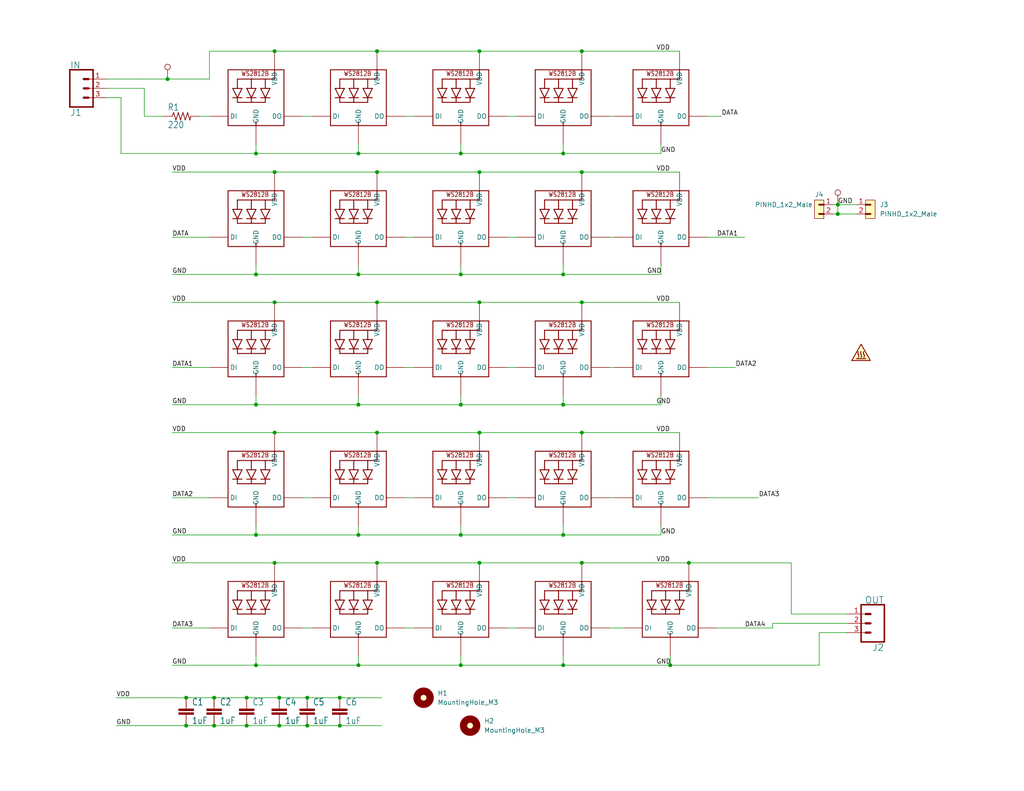
<source format=kicad_sch>
(kicad_sch
	(version 20231120)
	(generator "eeschema")
	(generator_version "8.0")
	(uuid "3e6dd7b0-ca71-4721-8088-8e6ce70ebe88")
	(paper "USLetter")
	(lib_symbols
		(symbol "Connector:TestPoint"
			(pin_numbers hide)
			(pin_names
				(offset 0.762) hide)
			(exclude_from_sim no)
			(in_bom yes)
			(on_board yes)
			(property "Reference" "TP"
				(at 0 6.858 0)
				(effects
					(font
						(size 1.27 1.27)
					)
				)
			)
			(property "Value" "TestPoint"
				(at 0 5.08 0)
				(effects
					(font
						(size 1.27 1.27)
					)
				)
			)
			(property "Footprint" ""
				(at 5.08 0 0)
				(effects
					(font
						(size 1.27 1.27)
					)
					(hide yes)
				)
			)
			(property "Datasheet" "~"
				(at 5.08 0 0)
				(effects
					(font
						(size 1.27 1.27)
					)
					(hide yes)
				)
			)
			(property "Description" "test point"
				(at 0 0 0)
				(effects
					(font
						(size 1.27 1.27)
					)
					(hide yes)
				)
			)
			(property "ki_keywords" "test point tp"
				(at 0 0 0)
				(effects
					(font
						(size 1.27 1.27)
					)
					(hide yes)
				)
			)
			(property "ki_fp_filters" "Pin* Test*"
				(at 0 0 0)
				(effects
					(font
						(size 1.27 1.27)
					)
					(hide yes)
				)
			)
			(symbol "TestPoint_0_1"
				(circle
					(center 0 3.302)
					(radius 0.762)
					(stroke
						(width 0)
						(type default)
					)
					(fill
						(type none)
					)
				)
			)
			(symbol "TestPoint_1_1"
				(pin passive line
					(at 0 0 90)
					(length 2.54)
					(name "1"
						(effects
							(font
								(size 1.27 1.27)
							)
						)
					)
					(number "1"
						(effects
							(font
								(size 1.27 1.27)
							)
						)
					)
				)
			)
		)
		(symbol "Graphic:SYM_Hot_Small"
			(exclude_from_sim no)
			(in_bom no)
			(on_board no)
			(property "Reference" "#SYM"
				(at 0 3.556 0)
				(effects
					(font
						(size 1.27 1.27)
					)
					(hide yes)
				)
			)
			(property "Value" "SYM_Hot_Small"
				(at 0 -3.175 0)
				(effects
					(font
						(size 1.27 1.27)
					)
					(hide yes)
				)
			)
			(property "Footprint" ""
				(at 0 -4.445 0)
				(effects
					(font
						(size 1.27 1.27)
					)
					(hide yes)
				)
			)
			(property "Datasheet" "~"
				(at 0.762 -5.08 0)
				(effects
					(font
						(size 1.27 1.27)
					)
					(hide yes)
				)
			)
			(property "Description" "Hot surface warning symbol, small"
				(at 0 0 0)
				(effects
					(font
						(size 1.27 1.27)
					)
					(hide yes)
				)
			)
			(property "Sim.Enable" "0"
				(at 0 0 0)
				(effects
					(font
						(size 1.27 1.27)
					)
					(hide yes)
				)
			)
			(property "ki_keywords" "symbol logo hot surface warning heat"
				(at 0 0 0)
				(effects
					(font
						(size 1.27 1.27)
					)
					(hide yes)
				)
			)
			(symbol "SYM_Hot_Small_0_1"
				(arc
					(start -0.762 -1.016)
					(mid -0.635 -0.635)
					(end -0.762 -0.254)
					(stroke
						(width 0.254)
						(type default)
					)
					(fill
						(type none)
					)
				)
				(arc
					(start -0.762 0.508)
					(mid -0.889 0.127)
					(end -0.762 -0.254)
					(stroke
						(width 0.254)
						(type default)
					)
					(fill
						(type none)
					)
				)
				(arc
					(start 0 -1.016)
					(mid 0.127 -0.635)
					(end 0 -0.254)
					(stroke
						(width 0.254)
						(type default)
					)
					(fill
						(type none)
					)
				)
				(polyline
					(pts
						(xy 1.27 -1.397) (xy -1.27 -1.397)
					)
					(stroke
						(width 0.254)
						(type default)
					)
					(fill
						(type none)
					)
				)
				(polyline
					(pts
						(xy -2.54 -1.905) (xy 2.54 -1.905) (xy 0 2.54) (xy -2.54 -1.905)
					)
					(stroke
						(width 0.254)
						(type default)
					)
					(fill
						(type background)
					)
				)
				(arc
					(start 0 0.508)
					(mid -0.127 0.127)
					(end 0 -0.254)
					(stroke
						(width 0.254)
						(type default)
					)
					(fill
						(type none)
					)
				)
				(arc
					(start 0.762 -1.016)
					(mid 0.889 -0.635)
					(end 0.762 -0.254)
					(stroke
						(width 0.254)
						(type default)
					)
					(fill
						(type none)
					)
				)
				(arc
					(start 0.762 0.508)
					(mid 0.635 0.127)
					(end 0.762 -0.254)
					(stroke
						(width 0.254)
						(type default)
					)
					(fill
						(type none)
					)
				)
			)
		)
		(symbol "NeoSevenSegment-eagle-import:C-EUC1210"
			(exclude_from_sim no)
			(in_bom yes)
			(on_board yes)
			(property "Reference" "C"
				(at 1.524 0.381 0)
				(effects
					(font
						(size 1.778 1.5113)
					)
					(justify left bottom)
				)
			)
			(property "Value" ""
				(at 1.524 -4.699 0)
				(effects
					(font
						(size 1.778 1.5113)
					)
					(justify left bottom)
				)
			)
			(property "Footprint" "NeoSevenSegment:C1210"
				(at 0 0 0)
				(effects
					(font
						(size 1.27 1.27)
					)
					(hide yes)
				)
			)
			(property "Datasheet" ""
				(at 0 0 0)
				(effects
					(font
						(size 1.27 1.27)
					)
					(hide yes)
				)
			)
			(property "Description" "CAPACITOR, European symbol"
				(at 0 0 0)
				(effects
					(font
						(size 1.27 1.27)
					)
					(hide yes)
				)
			)
			(property "ki_locked" ""
				(at 0 0 0)
				(effects
					(font
						(size 1.27 1.27)
					)
				)
			)
			(symbol "C-EUC1210_1_0"
				(rectangle
					(start -2.032 -2.032)
					(end 2.032 -1.524)
					(stroke
						(width 0)
						(type default)
					)
					(fill
						(type outline)
					)
				)
				(rectangle
					(start -2.032 -1.016)
					(end 2.032 -0.508)
					(stroke
						(width 0)
						(type default)
					)
					(fill
						(type outline)
					)
				)
				(polyline
					(pts
						(xy 0 -2.54) (xy 0 -2.032)
					)
					(stroke
						(width 0.1524)
						(type solid)
					)
					(fill
						(type none)
					)
				)
				(polyline
					(pts
						(xy 0 0) (xy 0 -0.508)
					)
					(stroke
						(width 0.1524)
						(type solid)
					)
					(fill
						(type none)
					)
				)
				(pin passive line
					(at 0 2.54 270)
					(length 2.54)
					(name "1"
						(effects
							(font
								(size 0 0)
							)
						)
					)
					(number "1"
						(effects
							(font
								(size 0 0)
							)
						)
					)
				)
				(pin passive line
					(at 0 -5.08 90)
					(length 2.54)
					(name "2"
						(effects
							(font
								(size 0 0)
							)
						)
					)
					(number "2"
						(effects
							(font
								(size 0 0)
							)
						)
					)
				)
			)
		)
		(symbol "NeoSevenSegment-eagle-import:CONN_03LONGPADS"
			(exclude_from_sim no)
			(in_bom yes)
			(on_board yes)
			(property "Reference" "J"
				(at -2.54 5.588 0)
				(effects
					(font
						(size 1.778 1.778)
					)
					(justify left bottom)
				)
			)
			(property "Value" ""
				(at -2.54 -7.366 0)
				(effects
					(font
						(size 1.778 1.778)
					)
					(justify left bottom)
				)
			)
			(property "Footprint" "NeoSevenSegment:1X03_LONGPADS"
				(at 0 0 0)
				(effects
					(font
						(size 1.27 1.27)
					)
					(hide yes)
				)
			)
			(property "Datasheet" ""
				(at 0 0 0)
				(effects
					(font
						(size 1.27 1.27)
					)
					(hide yes)
				)
			)
			(property "Description" "Multi connection point. Often used as Generic Header-pin footprint for 0.1 inch spaced/style header connections\n\nOn any of the 0.1 inch spaced packages, you can populate with these:\n\n• https://www.sparkfun.com/products/116  Break Away Headers - Straight (PRT-00116)\n• https://www.sparkfun.com/products/553  Break Away Male Headers - Right Angle (PRT-00553)\n• https://www.sparkfun.com/products/115  Female Headers (PRT-00115)\n• https://www.sparkfun.com/products/117  Break Away Headers - Machine Pin (PRT-00117)\n• https://www.sparkfun.com/products/743  Break Away Female Headers - Swiss Machine Pin (PRT-00743)\n• https://www.sparkfun.com/products/13875  Stackable Header - 3 Pin (Female, 0.1\") (PRT-13875)\n\nFor SCREWTERMINALS and SPRING TERMINALS visit here:\n\n• https://www.sparkfun.com/search/results?term=Screw+Terminals  Screw Terimnals on SparkFun.com (5mm/3.5mm/2.54mm spacing)\n\nThis device is also useful as a general connection point to wire up your design to another part of your project. Our various solder wires solder well into these plated through hole pads.\n\n• https://www.sparkfun.com/products/11375  Hook-Up Wire - Assortment (Stranded, 22 AWG) (PRT-11375)\n• https://www.sparkfun.com/products/11367  Hook-Up Wire - Assortment (Solid Core, 22 AWG) (PRT-11367)\n• https://www.sparkfun.com/categories/141  View the entire wire category on our website here\n\nSpecial notes:\n\nMolex polarized connector foot print use with SKU : PRT-08232 with associated crimp pins and housings."
				(at 0 0 0)
				(effects
					(font
						(size 1.27 1.27)
					)
					(hide yes)
				)
			)
			(property "ki_locked" ""
				(at 0 0 0)
				(effects
					(font
						(size 1.27 1.27)
					)
				)
			)
			(symbol "CONN_03LONGPADS_1_0"
				(polyline
					(pts
						(xy -2.54 5.08) (xy -2.54 -5.08)
					)
					(stroke
						(width 0.4064)
						(type solid)
					)
					(fill
						(type none)
					)
				)
				(polyline
					(pts
						(xy -2.54 5.08) (xy 3.81 5.08)
					)
					(stroke
						(width 0.4064)
						(type solid)
					)
					(fill
						(type none)
					)
				)
				(polyline
					(pts
						(xy 1.27 -2.54) (xy 2.54 -2.54)
					)
					(stroke
						(width 0.6096)
						(type solid)
					)
					(fill
						(type none)
					)
				)
				(polyline
					(pts
						(xy 1.27 0) (xy 2.54 0)
					)
					(stroke
						(width 0.6096)
						(type solid)
					)
					(fill
						(type none)
					)
				)
				(polyline
					(pts
						(xy 1.27 2.54) (xy 2.54 2.54)
					)
					(stroke
						(width 0.6096)
						(type solid)
					)
					(fill
						(type none)
					)
				)
				(polyline
					(pts
						(xy 3.81 -5.08) (xy -2.54 -5.08)
					)
					(stroke
						(width 0.4064)
						(type solid)
					)
					(fill
						(type none)
					)
				)
				(polyline
					(pts
						(xy 3.81 -5.08) (xy 3.81 5.08)
					)
					(stroke
						(width 0.4064)
						(type solid)
					)
					(fill
						(type none)
					)
				)
				(pin passive line
					(at 7.62 -2.54 180)
					(length 5.08)
					(name "1"
						(effects
							(font
								(size 0 0)
							)
						)
					)
					(number "1"
						(effects
							(font
								(size 1.27 1.27)
							)
						)
					)
				)
				(pin passive line
					(at 7.62 0 180)
					(length 5.08)
					(name "2"
						(effects
							(font
								(size 0 0)
							)
						)
					)
					(number "2"
						(effects
							(font
								(size 1.27 1.27)
							)
						)
					)
				)
				(pin passive line
					(at 7.62 2.54 180)
					(length 5.08)
					(name "3"
						(effects
							(font
								(size 0 0)
							)
						)
					)
					(number "3"
						(effects
							(font
								(size 1.27 1.27)
							)
						)
					)
				)
			)
		)
		(symbol "NeoSevenSegment-eagle-import:R-US_R1206"
			(exclude_from_sim no)
			(in_bom yes)
			(on_board yes)
			(property "Reference" "R"
				(at -3.81 1.4986 0)
				(effects
					(font
						(size 1.778 1.5113)
					)
					(justify left bottom)
				)
			)
			(property "Value" ""
				(at -3.81 -3.302 0)
				(effects
					(font
						(size 1.778 1.5113)
					)
					(justify left bottom)
				)
			)
			(property "Footprint" "NeoSevenSegment:R1206"
				(at 0 0 0)
				(effects
					(font
						(size 1.27 1.27)
					)
					(hide yes)
				)
			)
			(property "Datasheet" ""
				(at 0 0 0)
				(effects
					(font
						(size 1.27 1.27)
					)
					(hide yes)
				)
			)
			(property "Description" "RESISTOR, American symbol"
				(at 0 0 0)
				(effects
					(font
						(size 1.27 1.27)
					)
					(hide yes)
				)
			)
			(property "ki_locked" ""
				(at 0 0 0)
				(effects
					(font
						(size 1.27 1.27)
					)
				)
			)
			(symbol "R-US_R1206_1_0"
				(polyline
					(pts
						(xy -2.54 0) (xy -2.159 1.016)
					)
					(stroke
						(width 0.2032)
						(type solid)
					)
					(fill
						(type none)
					)
				)
				(polyline
					(pts
						(xy -2.159 1.016) (xy -1.524 -1.016)
					)
					(stroke
						(width 0.2032)
						(type solid)
					)
					(fill
						(type none)
					)
				)
				(polyline
					(pts
						(xy -1.524 -1.016) (xy -0.889 1.016)
					)
					(stroke
						(width 0.2032)
						(type solid)
					)
					(fill
						(type none)
					)
				)
				(polyline
					(pts
						(xy -0.889 1.016) (xy -0.254 -1.016)
					)
					(stroke
						(width 0.2032)
						(type solid)
					)
					(fill
						(type none)
					)
				)
				(polyline
					(pts
						(xy -0.254 -1.016) (xy 0.381 1.016)
					)
					(stroke
						(width 0.2032)
						(type solid)
					)
					(fill
						(type none)
					)
				)
				(polyline
					(pts
						(xy 0.381 1.016) (xy 1.016 -1.016)
					)
					(stroke
						(width 0.2032)
						(type solid)
					)
					(fill
						(type none)
					)
				)
				(polyline
					(pts
						(xy 1.016 -1.016) (xy 1.651 1.016)
					)
					(stroke
						(width 0.2032)
						(type solid)
					)
					(fill
						(type none)
					)
				)
				(polyline
					(pts
						(xy 1.651 1.016) (xy 2.286 -1.016)
					)
					(stroke
						(width 0.2032)
						(type solid)
					)
					(fill
						(type none)
					)
				)
				(polyline
					(pts
						(xy 2.286 -1.016) (xy 2.54 0)
					)
					(stroke
						(width 0.2032)
						(type solid)
					)
					(fill
						(type none)
					)
				)
				(pin passive line
					(at -5.08 0 0)
					(length 2.54)
					(name "1"
						(effects
							(font
								(size 0 0)
							)
						)
					)
					(number "1"
						(effects
							(font
								(size 0 0)
							)
						)
					)
				)
				(pin passive line
					(at 5.08 0 180)
					(length 2.54)
					(name "2"
						(effects
							(font
								(size 0 0)
							)
						)
					)
					(number "2"
						(effects
							(font
								(size 0 0)
							)
						)
					)
				)
			)
		)
		(symbol "PCM_SL_Mechanical:MountingHole_M3"
			(exclude_from_sim no)
			(in_bom yes)
			(on_board yes)
			(property "Reference" "H"
				(at 0 7.62 0)
				(effects
					(font
						(size 1.27 1.27)
					)
				)
			)
			(property "Value" "MountingHole_M3"
				(at 0 5.08 0)
				(effects
					(font
						(size 1.27 1.27)
					)
				)
			)
			(property "Footprint" "MountingHole:MountingHole_3.2mm_M3"
				(at 0 -3.81 0)
				(effects
					(font
						(size 1.27 1.27)
					)
					(hide yes)
				)
			)
			(property "Datasheet" ""
				(at 0 0 0)
				(effects
					(font
						(size 1.27 1.27)
					)
					(hide yes)
				)
			)
			(property "Description" "3.2mm Diameter Mounting Hole (M3)"
				(at 0 0 0)
				(effects
					(font
						(size 1.27 1.27)
					)
					(hide yes)
				)
			)
			(property "ki_keywords" "Mounting Hole"
				(at 0 0 0)
				(effects
					(font
						(size 1.27 1.27)
					)
					(hide yes)
				)
			)
			(symbol "MountingHole_M3_0_1"
				(circle
					(center 0 0)
					(radius 1.27)
					(stroke
						(width 0)
						(type default)
					)
					(fill
						(type background)
					)
				)
				(circle
					(center 0 0)
					(radius 1.7961)
					(stroke
						(width 2)
						(type default)
					)
					(fill
						(type none)
					)
				)
			)
		)
		(symbol "PCM_SL_Pin_Headers:PINHD_1x2_Male"
			(exclude_from_sim no)
			(in_bom yes)
			(on_board yes)
			(property "Reference" "J"
				(at 0 6.35 0)
				(effects
					(font
						(size 1.27 1.27)
					)
				)
			)
			(property "Value" "PINHD_1x2_Male"
				(at 0 3.81 0)
				(effects
					(font
						(size 1.27 1.27)
					)
				)
			)
			(property "Footprint" "Connector_PinHeader_2.54mm:PinHeader_1x02_P2.54mm_Vertical"
				(at 1.27 -3.81 0)
				(effects
					(font
						(size 1.27 1.27)
					)
					(hide yes)
				)
			)
			(property "Datasheet" ""
				(at 0 7.62 0)
				(effects
					(font
						(size 1.27 1.27)
					)
					(hide yes)
				)
			)
			(property "Description" "Pin Header male with pin space 2.54mm. Pin Count -2"
				(at 0 0 0)
				(effects
					(font
						(size 1.27 1.27)
					)
					(hide yes)
				)
			)
			(property "ki_keywords" "Pin Header"
				(at 0 0 0)
				(effects
					(font
						(size 1.27 1.27)
					)
					(hide yes)
				)
			)
			(property "ki_fp_filters" "PinHeader_1x02_P2.54mm*"
				(at 0 0 0)
				(effects
					(font
						(size 1.27 1.27)
					)
					(hide yes)
				)
			)
			(symbol "PINHD_1x2_Male_0_1"
				(rectangle
					(start -1.27 2.54)
					(end 1.27 -2.54)
					(stroke
						(width 0)
						(type default)
					)
					(fill
						(type background)
					)
				)
				(polyline
					(pts
						(xy -1.27 -1.27) (xy 0 -1.27)
					)
					(stroke
						(width 0.3)
						(type default)
					)
					(fill
						(type none)
					)
				)
				(polyline
					(pts
						(xy -1.27 -1.27) (xy 0 -1.27)
					)
					(stroke
						(width 0.5)
						(type default)
					)
					(fill
						(type none)
					)
				)
				(polyline
					(pts
						(xy -1.27 1.27) (xy 0 1.27)
					)
					(stroke
						(width 0.3)
						(type default)
					)
					(fill
						(type none)
					)
				)
				(polyline
					(pts
						(xy -1.27 1.27) (xy 0 1.27)
					)
					(stroke
						(width 0.5)
						(type default)
					)
					(fill
						(type none)
					)
				)
			)
			(symbol "PINHD_1x2_Male_1_1"
				(pin passive line
					(at -3.81 1.27 0)
					(length 2.54)
					(name ""
						(effects
							(font
								(size 1.27 1.27)
							)
						)
					)
					(number "1"
						(effects
							(font
								(size 1.27 1.27)
							)
						)
					)
				)
				(pin passive line
					(at -3.81 -1.27 0)
					(length 2.54)
					(name ""
						(effects
							(font
								(size 1.27 1.27)
							)
						)
					)
					(number "2"
						(effects
							(font
								(size 1.27 1.27)
							)
						)
					)
				)
			)
		)
		(symbol "WS2812B_5050N_1"
			(exclude_from_sim no)
			(in_bom yes)
			(on_board yes)
			(property "Reference" "LED1"
				(at 0 0 0)
				(effects
					(font
						(size 1.27 1.27)
					)
					(hide yes)
				)
			)
			(property "Value" "WS2812B_5050N"
				(at 0 0 0)
				(effects
					(font
						(size 1.27 1.27)
					)
					(hide yes)
				)
			)
			(property "Footprint" "LED_SMD:LED_WS2812B_PLCC4_5.0x5.0mm_P3.2mm"
				(at 0 0 0)
				(effects
					(font
						(size 1.27 1.27)
					)
					(hide yes)
				)
			)
			(property "Datasheet" ""
				(at 0 0 0)
				(effects
					(font
						(size 1.27 1.27)
					)
					(hide yes)
				)
			)
			(property "Description" ""
				(at 0 0 0)
				(effects
					(font
						(size 1.27 1.27)
					)
					(hide yes)
				)
			)
			(property "ki_locked" ""
				(at 0 0 0)
				(effects
					(font
						(size 1.27 1.27)
					)
				)
			)
			(symbol "WS2812B_5050N_1_1_0"
				(polyline
					(pts
						(xy -7.62 -5.08) (xy 0 -5.08)
					)
					(stroke
						(width 0.254)
						(type solid)
					)
					(fill
						(type none)
					)
				)
				(polyline
					(pts
						(xy -7.62 -2.54) (xy -7.62 -5.08)
					)
					(stroke
						(width 0.254)
						(type solid)
					)
					(fill
						(type none)
					)
				)
				(polyline
					(pts
						(xy -7.62 10.16) (xy -7.62 -2.54)
					)
					(stroke
						(width 0.254)
						(type solid)
					)
					(fill
						(type none)
					)
				)
				(polyline
					(pts
						(xy -6.35 2.54) (xy -5.08 2.54)
					)
					(stroke
						(width 0.254)
						(type solid)
					)
					(fill
						(type none)
					)
				)
				(polyline
					(pts
						(xy -6.35 5.08) (xy -5.08 5.08)
					)
					(stroke
						(width 0.254)
						(type solid)
					)
					(fill
						(type none)
					)
				)
				(polyline
					(pts
						(xy -5.08 2.54) (xy -6.35 5.08)
					)
					(stroke
						(width 0.254)
						(type solid)
					)
					(fill
						(type none)
					)
				)
				(polyline
					(pts
						(xy -5.08 2.54) (xy -5.08 1.27)
					)
					(stroke
						(width 0.254)
						(type solid)
					)
					(fill
						(type none)
					)
				)
				(polyline
					(pts
						(xy -5.08 2.54) (xy -3.81 5.08)
					)
					(stroke
						(width 0.254)
						(type solid)
					)
					(fill
						(type none)
					)
				)
				(polyline
					(pts
						(xy -5.08 5.08) (xy -3.81 5.08)
					)
					(stroke
						(width 0.254)
						(type solid)
					)
					(fill
						(type none)
					)
				)
				(polyline
					(pts
						(xy -5.08 7.62) (xy -5.08 5.08)
					)
					(stroke
						(width 0.254)
						(type solid)
					)
					(fill
						(type none)
					)
				)
				(polyline
					(pts
						(xy -3.81 2.54) (xy -5.08 2.54)
					)
					(stroke
						(width 0.254)
						(type solid)
					)
					(fill
						(type none)
					)
				)
				(polyline
					(pts
						(xy -2.54 2.54) (xy -1.27 2.54)
					)
					(stroke
						(width 0.254)
						(type solid)
					)
					(fill
						(type none)
					)
				)
				(polyline
					(pts
						(xy -2.54 5.08) (xy 0 5.08)
					)
					(stroke
						(width 0.254)
						(type solid)
					)
					(fill
						(type none)
					)
				)
				(polyline
					(pts
						(xy -1.27 1.27) (xy -5.08 1.27)
					)
					(stroke
						(width 0.254)
						(type solid)
					)
					(fill
						(type none)
					)
				)
				(polyline
					(pts
						(xy -1.27 2.54) (xy -2.54 5.08)
					)
					(stroke
						(width 0.254)
						(type solid)
					)
					(fill
						(type none)
					)
				)
				(polyline
					(pts
						(xy -1.27 2.54) (xy -1.27 1.27)
					)
					(stroke
						(width 0.254)
						(type solid)
					)
					(fill
						(type none)
					)
				)
				(polyline
					(pts
						(xy -1.27 2.54) (xy 0 2.54)
					)
					(stroke
						(width 0.254)
						(type solid)
					)
					(fill
						(type none)
					)
				)
				(polyline
					(pts
						(xy -1.27 5.08) (xy -1.27 7.62)
					)
					(stroke
						(width 0.254)
						(type solid)
					)
					(fill
						(type none)
					)
				)
				(polyline
					(pts
						(xy -1.27 7.62) (xy -5.08 7.62)
					)
					(stroke
						(width 0.254)
						(type solid)
					)
					(fill
						(type none)
					)
				)
				(polyline
					(pts
						(xy 0 -5.08) (xy 7.62 -5.08)
					)
					(stroke
						(width 0.254)
						(type solid)
					)
					(fill
						(type none)
					)
				)
				(polyline
					(pts
						(xy 0 -4.064) (xy 0 -5.08)
					)
					(stroke
						(width 0.254)
						(type solid)
					)
					(fill
						(type none)
					)
				)
				(polyline
					(pts
						(xy 0 5.08) (xy -1.27 2.54)
					)
					(stroke
						(width 0.254)
						(type solid)
					)
					(fill
						(type none)
					)
				)
				(polyline
					(pts
						(xy 1.27 5.08) (xy 2.54 2.54)
					)
					(stroke
						(width 0.254)
						(type solid)
					)
					(fill
						(type none)
					)
				)
				(polyline
					(pts
						(xy 1.27 5.08) (xy 2.54 5.08)
					)
					(stroke
						(width 0.254)
						(type solid)
					)
					(fill
						(type none)
					)
				)
				(polyline
					(pts
						(xy 2.54 1.27) (xy -1.27 1.27)
					)
					(stroke
						(width 0.254)
						(type solid)
					)
					(fill
						(type none)
					)
				)
				(polyline
					(pts
						(xy 2.54 2.54) (xy 1.27 2.54)
					)
					(stroke
						(width 0.254)
						(type solid)
					)
					(fill
						(type none)
					)
				)
				(polyline
					(pts
						(xy 2.54 2.54) (xy 2.54 1.27)
					)
					(stroke
						(width 0.254)
						(type solid)
					)
					(fill
						(type none)
					)
				)
				(polyline
					(pts
						(xy 2.54 2.54) (xy 3.81 2.54)
					)
					(stroke
						(width 0.254)
						(type solid)
					)
					(fill
						(type none)
					)
				)
				(polyline
					(pts
						(xy 2.54 2.54) (xy 3.81 5.08)
					)
					(stroke
						(width 0.254)
						(type solid)
					)
					(fill
						(type none)
					)
				)
				(polyline
					(pts
						(xy 2.54 5.08) (xy 2.54 7.62)
					)
					(stroke
						(width 0.254)
						(type solid)
					)
					(fill
						(type none)
					)
				)
				(polyline
					(pts
						(xy 2.54 7.62) (xy -1.27 7.62)
					)
					(stroke
						(width 0.254)
						(type solid)
					)
					(fill
						(type none)
					)
				)
				(polyline
					(pts
						(xy 2.54 7.62) (xy 5.08 7.62)
					)
					(stroke
						(width 0.254)
						(type solid)
					)
					(fill
						(type none)
					)
				)
				(polyline
					(pts
						(xy 3.81 5.08) (xy 2.54 5.08)
					)
					(stroke
						(width 0.254)
						(type solid)
					)
					(fill
						(type none)
					)
				)
				(polyline
					(pts
						(xy 5.08 10.16) (xy -7.62 10.16)
					)
					(stroke
						(width 0.254)
						(type solid)
					)
					(fill
						(type none)
					)
				)
				(polyline
					(pts
						(xy 5.08 10.16) (xy 5.08 7.62)
					)
					(stroke
						(width 0.254)
						(type solid)
					)
					(fill
						(type none)
					)
				)
				(polyline
					(pts
						(xy 7.62 -5.08) (xy 7.62 -2.54)
					)
					(stroke
						(width 0.254)
						(type solid)
					)
					(fill
						(type none)
					)
				)
				(polyline
					(pts
						(xy 7.62 -2.54) (xy 7.62 10.16)
					)
					(stroke
						(width 0.254)
						(type solid)
					)
					(fill
						(type none)
					)
				)
				(polyline
					(pts
						(xy 7.62 10.16) (xy 5.08 10.16)
					)
					(stroke
						(width 0.254)
						(type solid)
					)
					(fill
						(type none)
					)
				)
				(text "WS2812B"
					(at -4.064 8.382 0)
					(effects
						(font
							(size 1.27 1.0795)
						)
						(justify left bottom)
					)
				)
				(pin power_in line
					(at 5.08 15.24 270)
					(length 5.08)
					(name "VDD"
						(effects
							(font
								(size 1.27 1.27)
							)
						)
					)
					(number "1"
						(effects
							(font
								(size 0 0)
							)
						)
					)
				)
				(pin output line
					(at 12.7 -2.54 180)
					(length 5.08)
					(name "DO"
						(effects
							(font
								(size 1.27 1.27)
							)
						)
					)
					(number "2"
						(effects
							(font
								(size 0 0)
							)
						)
					)
				)
				(pin power_in line
					(at 0 -10.16 90)
					(length 5.08)
					(name "GND"
						(effects
							(font
								(size 1.27 1.27)
							)
						)
					)
					(number "3"
						(effects
							(font
								(size 0 0)
							)
						)
					)
				)
				(pin input line
					(at -12.7 -2.54 0)
					(length 5.08)
					(name "DI"
						(effects
							(font
								(size 1.27 1.27)
							)
						)
					)
					(number "4"
						(effects
							(font
								(size 0 0)
							)
						)
					)
				)
			)
		)
	)
	(junction
		(at 97.79 181.61)
		(diameter 0)
		(color 0 0 0 0)
		(uuid "01a3911d-7166-4911-b9e0-d3a51b3a4eb4")
	)
	(junction
		(at 125.73 41.91)
		(diameter 0)
		(color 0 0 0 0)
		(uuid "0347d65b-fca4-4628-a857-759c2573f2de")
	)
	(junction
		(at 92.71 190.5)
		(diameter 0)
		(color 0 0 0 0)
		(uuid "03faeaeb-0264-4330-a7ba-7d24b892f4ea")
	)
	(junction
		(at 50.8 190.5)
		(diameter 0)
		(color 0 0 0 0)
		(uuid "04be6e3e-4a6d-4255-b743-93899662c48d")
	)
	(junction
		(at 102.87 82.55)
		(diameter 0)
		(color 0 0 0 0)
		(uuid "06e46221-a152-46ac-a24c-b5a550e4c3b9")
	)
	(junction
		(at 83.82 190.5)
		(diameter 0)
		(color 0 0 0 0)
		(uuid "0ab0d659-af38-43ac-930f-78e959a0edd7")
	)
	(junction
		(at 69.85 74.93)
		(diameter 0)
		(color 0 0 0 0)
		(uuid "13c856ee-b659-4017-ab4e-368ac2bda428")
	)
	(junction
		(at 153.67 74.93)
		(diameter 0)
		(color 0 0 0 0)
		(uuid "15e1dd7d-b396-44b6-bb8c-ec4094aaf96b")
	)
	(junction
		(at 153.67 146.05)
		(diameter 0)
		(color 0 0 0 0)
		(uuid "18972c30-e4a7-4187-9ddf-a972e8911122")
	)
	(junction
		(at 125.73 110.49)
		(diameter 0)
		(color 0 0 0 0)
		(uuid "1d38a5ea-3bdc-41d6-8342-5a197a57af86")
	)
	(junction
		(at 187.96 153.67)
		(diameter 0)
		(color 0 0 0 0)
		(uuid "1d6fbe89-cea4-445d-9258-39a137fa317e")
	)
	(junction
		(at 69.85 41.91)
		(diameter 0)
		(color 0 0 0 0)
		(uuid "1ff01ca2-df4c-4d07-a275-7f83d192baa3")
	)
	(junction
		(at 74.93 153.67)
		(diameter 0)
		(color 0 0 0 0)
		(uuid "24e9ef91-3339-42f5-9559-f572a9d2048a")
	)
	(junction
		(at 92.71 198.12)
		(diameter 0)
		(color 0 0 0 0)
		(uuid "2541738e-a7ef-4987-9b47-bc416bc2fc57")
	)
	(junction
		(at 97.79 74.93)
		(diameter 0)
		(color 0 0 0 0)
		(uuid "260d4d45-a9bc-47f3-887a-1f174789ef44")
	)
	(junction
		(at 45.72 21.59)
		(diameter 0)
		(color 0 0 0 0)
		(uuid "27963b1c-d9fb-4ef2-83c0-43d16ef00f4c")
	)
	(junction
		(at 102.87 153.67)
		(diameter 0)
		(color 0 0 0 0)
		(uuid "2d06d81a-6f31-4c2e-96a3-6ce182efb829")
	)
	(junction
		(at 102.87 118.11)
		(diameter 0)
		(color 0 0 0 0)
		(uuid "37f842df-4121-4781-96e8-d0f3695360f3")
	)
	(junction
		(at 67.31 198.12)
		(diameter 0)
		(color 0 0 0 0)
		(uuid "39d12d9b-0bd8-4911-af9b-2c49af808c1f")
	)
	(junction
		(at 74.93 46.99)
		(diameter 0)
		(color 0 0 0 0)
		(uuid "3bc5aaa5-4aac-47e1-9274-93df1b1e48fc")
	)
	(junction
		(at 97.79 41.91)
		(diameter 0)
		(color 0 0 0 0)
		(uuid "3e537174-d2b5-4f7e-b570-16728f065668")
	)
	(junction
		(at 58.42 198.12)
		(diameter 0)
		(color 0 0 0 0)
		(uuid "40d70924-56d1-4952-851a-04a8f40f20b7")
	)
	(junction
		(at 97.79 146.05)
		(diameter 0)
		(color 0 0 0 0)
		(uuid "42862d82-0041-47d6-8e32-1fe88836fbaa")
	)
	(junction
		(at 69.85 110.49)
		(diameter 0)
		(color 0 0 0 0)
		(uuid "516d5b06-3ae6-40c2-8324-f563c71efbd2")
	)
	(junction
		(at 76.2 198.12)
		(diameter 0)
		(color 0 0 0 0)
		(uuid "525f9f44-7261-489b-9628-4b34eb7a39fe")
	)
	(junction
		(at 74.93 118.11)
		(diameter 0)
		(color 0 0 0 0)
		(uuid "57a4a38c-0c8f-4729-a05f-21b07eb57aaf")
	)
	(junction
		(at 158.75 153.67)
		(diameter 0)
		(color 0 0 0 0)
		(uuid "5c51de98-fa08-4e2f-ba68-45ec23b731d7")
	)
	(junction
		(at 158.75 46.99)
		(diameter 0)
		(color 0 0 0 0)
		(uuid "5c840547-7348-42d0-9e29-2ffa109e09eb")
	)
	(junction
		(at 158.75 13.97)
		(diameter 0)
		(color 0 0 0 0)
		(uuid "631f170d-5026-449e-b5d9-63dc2fb010a4")
	)
	(junction
		(at 182.88 181.61)
		(diameter 0)
		(color 0 0 0 0)
		(uuid "64a3f3ce-4b82-411c-9d15-1bd9ce921cb8")
	)
	(junction
		(at 130.81 118.11)
		(diameter 0)
		(color 0 0 0 0)
		(uuid "64aedb13-ca84-4949-8778-2aaafdf35d74")
	)
	(junction
		(at 125.73 74.93)
		(diameter 0)
		(color 0 0 0 0)
		(uuid "6a50b0e8-d592-4951-af2a-63e257c3700f")
	)
	(junction
		(at 153.67 110.49)
		(diameter 0)
		(color 0 0 0 0)
		(uuid "6b9e99e3-4fa2-44bf-b591-c947cb1f7596")
	)
	(junction
		(at 130.81 153.67)
		(diameter 0)
		(color 0 0 0 0)
		(uuid "6ba0ba7a-c975-453e-bc1c-730b5052e61b")
	)
	(junction
		(at 130.81 13.97)
		(diameter 0)
		(color 0 0 0 0)
		(uuid "7da0264f-2ac9-4783-aba9-f268030935bb")
	)
	(junction
		(at 58.42 190.5)
		(diameter 0)
		(color 0 0 0 0)
		(uuid "7e5fdbb5-4588-4871-821d-f4b007da0345")
	)
	(junction
		(at 158.75 82.55)
		(diameter 0)
		(color 0 0 0 0)
		(uuid "8bcc343a-fbd9-4837-b055-cf0672c3b078")
	)
	(junction
		(at 83.82 198.12)
		(diameter 0)
		(color 0 0 0 0)
		(uuid "95fb652d-d980-477b-bc28-388abb7f5d85")
	)
	(junction
		(at 125.73 181.61)
		(diameter 0)
		(color 0 0 0 0)
		(uuid "9d765603-4dd2-49b7-b125-14a0087a0b6b")
	)
	(junction
		(at 130.81 82.55)
		(diameter 0)
		(color 0 0 0 0)
		(uuid "a9855dd4-0e65-470f-8618-425c5d0b15cf")
	)
	(junction
		(at 228.6 58.42)
		(diameter 0)
		(color 0 0 0 0)
		(uuid "af165d3a-87f3-4e98-bef5-0488267b80d0")
	)
	(junction
		(at 74.93 13.97)
		(diameter 0)
		(color 0 0 0 0)
		(uuid "c2adbbfc-6317-453c-9bb4-2e4ea9c5482b")
	)
	(junction
		(at 153.67 41.91)
		(diameter 0)
		(color 0 0 0 0)
		(uuid "c52750f4-9798-4254-9ef7-28f807205378")
	)
	(junction
		(at 102.87 13.97)
		(diameter 0)
		(color 0 0 0 0)
		(uuid "d1021b92-c7cf-4910-9f7c-48a7b4a8caa2")
	)
	(junction
		(at 76.2 190.5)
		(diameter 0)
		(color 0 0 0 0)
		(uuid "d143e54e-604f-468e-be94-54d1487bdb84")
	)
	(junction
		(at 69.85 181.61)
		(diameter 0)
		(color 0 0 0 0)
		(uuid "d33eae3d-effa-4887-b910-84a13ead6896")
	)
	(junction
		(at 97.79 110.49)
		(diameter 0)
		(color 0 0 0 0)
		(uuid "d4caea8b-fdd1-4541-a70e-e7cfd9faaaf2")
	)
	(junction
		(at 125.73 146.05)
		(diameter 0)
		(color 0 0 0 0)
		(uuid "d80df5cb-ba74-4058-b0c8-ef39e4011230")
	)
	(junction
		(at 153.67 181.61)
		(diameter 0)
		(color 0 0 0 0)
		(uuid "e0730d04-a0fc-4ad5-b9b9-14d1e3d3efe4")
	)
	(junction
		(at 50.8 198.12)
		(diameter 0)
		(color 0 0 0 0)
		(uuid "e07bae15-4a1e-4c2c-b459-9d923bd7bb4c")
	)
	(junction
		(at 67.31 190.5)
		(diameter 0)
		(color 0 0 0 0)
		(uuid "e30a91c9-26e7-4da7-b63b-ddc13e30fc94")
	)
	(junction
		(at 69.85 146.05)
		(diameter 0)
		(color 0 0 0 0)
		(uuid "e37d1e3c-67d9-4250-8546-617fb0346b5d")
	)
	(junction
		(at 228.6 55.88)
		(diameter 0)
		(color 0 0 0 0)
		(uuid "e9bb31da-86fd-4c32-a1dc-b29d9bc33a63")
	)
	(junction
		(at 102.87 46.99)
		(diameter 0)
		(color 0 0 0 0)
		(uuid "f2fe82df-2f2c-4f63-9d69-c86df90374f1")
	)
	(junction
		(at 158.75 118.11)
		(diameter 0)
		(color 0 0 0 0)
		(uuid "fb05b940-6131-4d07-b609-42f3728fdb73")
	)
	(junction
		(at 74.93 82.55)
		(diameter 0)
		(color 0 0 0 0)
		(uuid "fc15b335-b813-4327-8332-c49dab19cf50")
	)
	(junction
		(at 130.81 46.99)
		(diameter 0)
		(color 0 0 0 0)
		(uuid "fc30f244-ecae-4577-8662-1747d851e624")
	)
	(wire
		(pts
			(xy 69.85 181.61) (xy 69.85 179.07)
		)
		(stroke
			(width 0.1524)
			(type solid)
		)
		(uuid "00287b06-307a-44bf-a04b-75551abec391")
	)
	(wire
		(pts
			(xy 125.73 181.61) (xy 153.67 181.61)
		)
		(stroke
			(width 0.1524)
			(type solid)
		)
		(uuid "032e3faf-c6d2-4acc-9142-c6a42a53dbb6")
	)
	(wire
		(pts
			(xy 97.79 74.93) (xy 125.73 74.93)
		)
		(stroke
			(width 0.1524)
			(type solid)
		)
		(uuid "07f269a3-2e16-436f-bb1a-6228808b97d0")
	)
	(wire
		(pts
			(xy 223.52 172.72) (xy 223.52 181.61)
		)
		(stroke
			(width 0.1524)
			(type solid)
		)
		(uuid "0b1aa4b4-0836-45a2-b4b8-271e364469fc")
	)
	(wire
		(pts
			(xy 223.52 172.72) (xy 231.14 172.72)
		)
		(stroke
			(width 0.1524)
			(type solid)
		)
		(uuid "0b7ea836-a871-4b6f-b936-9cd923c2f7aa")
	)
	(wire
		(pts
			(xy 125.73 146.05) (xy 153.67 146.05)
		)
		(stroke
			(width 0.1524)
			(type solid)
		)
		(uuid "0c064085-0090-46cc-aa93-27478477cd46")
	)
	(wire
		(pts
			(xy 69.85 74.93) (xy 97.79 74.93)
		)
		(stroke
			(width 0.1524)
			(type solid)
		)
		(uuid "0ceebb5e-d354-43e4-a28b-815056730530")
	)
	(wire
		(pts
			(xy 102.87 46.99) (xy 130.81 46.99)
		)
		(stroke
			(width 0.1524)
			(type solid)
		)
		(uuid "0da0431a-579a-4ff7-aed4-f28bf5f1002b")
	)
	(wire
		(pts
			(xy 46.99 171.45) (xy 57.15 171.45)
		)
		(stroke
			(width 0.1524)
			(type solid)
		)
		(uuid "0e0335a6-41ba-4386-9cb4-586e9bd2956a")
	)
	(wire
		(pts
			(xy 50.8 190.5) (xy 58.42 190.5)
		)
		(stroke
			(width 0)
			(type default)
		)
		(uuid "0e1993cb-6d41-46b2-a237-94b760f33b6b")
	)
	(wire
		(pts
			(xy 130.81 118.11) (xy 158.75 118.11)
		)
		(stroke
			(width 0.1524)
			(type solid)
		)
		(uuid "1168bfe2-6aa1-4327-bbdc-dda7cd4e1b80")
	)
	(wire
		(pts
			(xy 46.99 74.93) (xy 69.85 74.93)
		)
		(stroke
			(width 0.1524)
			(type solid)
		)
		(uuid "11ffe392-924a-4598-9c9c-eee391a184f2")
	)
	(wire
		(pts
			(xy 29.21 26.67) (xy 33.02 26.67)
		)
		(stroke
			(width 0)
			(type default)
		)
		(uuid "12815f11-a900-499c-99d7-3eeef83a5edd")
	)
	(wire
		(pts
			(xy 46.99 100.33) (xy 57.15 100.33)
		)
		(stroke
			(width 0.1524)
			(type solid)
		)
		(uuid "13346dd9-4dd2-421d-8107-c307e0cf6a13")
	)
	(wire
		(pts
			(xy 102.87 118.11) (xy 130.81 118.11)
		)
		(stroke
			(width 0.1524)
			(type solid)
		)
		(uuid "1499a38b-d85e-4c68-a870-3bee9fbbb2b4")
	)
	(wire
		(pts
			(xy 76.2 190.5) (xy 83.82 190.5)
		)
		(stroke
			(width 0)
			(type default)
		)
		(uuid "14eb5bc0-0a1e-4b69-8436-734ead054858")
	)
	(wire
		(pts
			(xy 69.85 110.49) (xy 69.85 107.95)
		)
		(stroke
			(width 0.1524)
			(type solid)
		)
		(uuid "167bd1c1-278e-4140-b84d-43934662eccd")
	)
	(wire
		(pts
			(xy 210.82 170.18) (xy 210.82 171.45)
		)
		(stroke
			(width 0.1524)
			(type solid)
		)
		(uuid "17ac5461-ae1f-4b7b-8d3b-6993b08279d5")
	)
	(wire
		(pts
			(xy 69.85 41.91) (xy 69.85 39.37)
		)
		(stroke
			(width 0.1524)
			(type solid)
		)
		(uuid "1928238e-0de6-4f9b-ac7d-6c5b67b1c1cf")
	)
	(wire
		(pts
			(xy 97.79 181.61) (xy 125.73 181.61)
		)
		(stroke
			(width 0.1524)
			(type solid)
		)
		(uuid "1ab54c74-f903-49ff-8d47-73f79282cc7d")
	)
	(wire
		(pts
			(xy 83.82 190.5) (xy 92.71 190.5)
		)
		(stroke
			(width 0)
			(type default)
		)
		(uuid "1d72aaa3-4221-4d4c-aea7-17450f8b85af")
	)
	(wire
		(pts
			(xy 180.34 107.95) (xy 180.34 110.49)
		)
		(stroke
			(width 0)
			(type default)
		)
		(uuid "223a2bb8-3c7a-47ba-8866-77d0c431936a")
	)
	(wire
		(pts
			(xy 153.67 110.49) (xy 179.07 110.49)
		)
		(stroke
			(width 0.1524)
			(type solid)
		)
		(uuid "22adb98e-1b18-4a54-819a-059342423e66")
	)
	(wire
		(pts
			(xy 58.42 190.5) (xy 67.31 190.5)
		)
		(stroke
			(width 0)
			(type default)
		)
		(uuid "22dc57ff-9f32-438d-ac7c-096539fe9967")
	)
	(wire
		(pts
			(xy 29.21 24.13) (xy 39.37 24.13)
		)
		(stroke
			(width 0)
			(type default)
		)
		(uuid "2348b39a-1b4c-4096-906b-a569abfe2043")
	)
	(wire
		(pts
			(xy 180.34 74.93) (xy 176.53 74.93)
		)
		(stroke
			(width 0)
			(type default)
		)
		(uuid "2662fe42-527c-4851-bbcc-e51d89dd1897")
	)
	(wire
		(pts
			(xy 46.99 46.99) (xy 74.93 46.99)
		)
		(stroke
			(width 0.1524)
			(type solid)
		)
		(uuid "27748318-4c18-4eaa-891e-781ae0db23ae")
	)
	(wire
		(pts
			(xy 166.37 171.45) (xy 170.18 171.45)
		)
		(stroke
			(width 0)
			(type default)
		)
		(uuid "27cc97d2-f620-4c47-a831-cdc5c3f71e3c")
	)
	(wire
		(pts
			(xy 193.04 31.75) (xy 196.85 31.75)
		)
		(stroke
			(width 0)
			(type default)
		)
		(uuid "2818e375-6015-45a9-ae49-aac5cab3bde0")
	)
	(wire
		(pts
			(xy 102.87 82.55) (xy 130.81 82.55)
		)
		(stroke
			(width 0.1524)
			(type solid)
		)
		(uuid "2acb265a-dbc7-4195-b1c5-41a36acd4023")
	)
	(wire
		(pts
			(xy 46.99 64.77) (xy 57.15 64.77)
		)
		(stroke
			(width 0.1524)
			(type solid)
		)
		(uuid "2d783122-e247-4430-bc0b-53268a6343a0")
	)
	(wire
		(pts
			(xy 182.88 181.61) (xy 182.88 179.07)
		)
		(stroke
			(width 0.1524)
			(type solid)
		)
		(uuid "30dfa707-f6a4-46da-a588-cd1e01098e2e")
	)
	(wire
		(pts
			(xy 54.61 31.75) (xy 57.15 31.75)
		)
		(stroke
			(width 0.1524)
			(type solid)
		)
		(uuid "3275c0fe-f48a-4044-8e7b-0a6bca6a0c45")
	)
	(wire
		(pts
			(xy 74.93 82.55) (xy 102.87 82.55)
		)
		(stroke
			(width 0.1524)
			(type solid)
		)
		(uuid "335543f9-83c8-4046-8c11-0b4ad7840570")
	)
	(wire
		(pts
			(xy 97.79 74.93) (xy 97.79 72.39)
		)
		(stroke
			(width 0.1524)
			(type solid)
		)
		(uuid "3482a7df-0ebe-4aac-9a3b-6cfbbf0c15b6")
	)
	(wire
		(pts
			(xy 138.43 64.77) (xy 140.97 64.77)
		)
		(stroke
			(width 0.1524)
			(type solid)
		)
		(uuid "34da03bb-b843-4aac-baf4-4ce9519f9192")
	)
	(wire
		(pts
			(xy 158.75 46.99) (xy 185.42 46.99)
		)
		(stroke
			(width 0.1524)
			(type solid)
		)
		(uuid "34eef2ef-d518-4877-aaa3-cd04304de555")
	)
	(wire
		(pts
			(xy 67.31 190.5) (xy 76.2 190.5)
		)
		(stroke
			(width 0)
			(type default)
		)
		(uuid "37999d21-2c3a-48be-9ad3-5f5edda9d0f6")
	)
	(wire
		(pts
			(xy 82.55 64.77) (xy 85.09 64.77)
		)
		(stroke
			(width 0.1524)
			(type solid)
		)
		(uuid "3878d5c8-28b7-4c80-965f-1cdd05719ef5")
	)
	(wire
		(pts
			(xy 57.15 21.59) (xy 57.15 13.97)
		)
		(stroke
			(width 0.1524)
			(type solid)
		)
		(uuid "38ef95bb-452b-49eb-bb4e-017cd8317962")
	)
	(wire
		(pts
			(xy 167.64 135.89) (xy 166.37 135.89)
		)
		(stroke
			(width 0)
			(type default)
		)
		(uuid "39079db9-e255-4210-bb15-eb8d57a39a85")
	)
	(wire
		(pts
			(xy 97.79 110.49) (xy 125.73 110.49)
		)
		(stroke
			(width 0.1524)
			(type solid)
		)
		(uuid "39160d8d-cc07-4020-a4cc-b8dba3ba70b4")
	)
	(wire
		(pts
			(xy 102.87 13.97) (xy 130.81 13.97)
		)
		(stroke
			(width 0.1524)
			(type solid)
		)
		(uuid "40bab399-1ee9-4aa8-b473-1cb6e30b71e8")
	)
	(wire
		(pts
			(xy 158.75 118.11) (xy 185.42 118.11)
		)
		(stroke
			(width 0.1524)
			(type solid)
		)
		(uuid "4487346e-d24e-4ba6-b1e1-4644b3438c4d")
	)
	(wire
		(pts
			(xy 97.79 110.49) (xy 97.79 107.95)
		)
		(stroke
			(width 0.1524)
			(type solid)
		)
		(uuid "4d611e83-909f-4c3d-bfb7-894f568094c7")
	)
	(wire
		(pts
			(xy 125.73 74.93) (xy 153.67 74.93)
		)
		(stroke
			(width 0.1524)
			(type solid)
		)
		(uuid "4f36f88c-a03c-4803-8856-3b91d13c5ffc")
	)
	(wire
		(pts
			(xy 83.82 198.12) (xy 92.71 198.12)
		)
		(stroke
			(width 0)
			(type default)
		)
		(uuid "5046e0be-1635-4783-9d63-53919f197a95")
	)
	(wire
		(pts
			(xy 153.67 146.05) (xy 180.34 146.05)
		)
		(stroke
			(width 0.1524)
			(type solid)
		)
		(uuid "52cf13ff-95f3-48e4-b83a-4d59a8defacb")
	)
	(wire
		(pts
			(xy 153.67 146.05) (xy 153.67 143.51)
		)
		(stroke
			(width 0.1524)
			(type solid)
		)
		(uuid "53ad6a58-5afc-4c1a-85d2-8f4d509d1c28")
	)
	(wire
		(pts
			(xy 110.49 64.77) (xy 113.03 64.77)
		)
		(stroke
			(width 0.1524)
			(type solid)
		)
		(uuid "5437894b-e85c-4f7b-8f75-9306604ae141")
	)
	(wire
		(pts
			(xy 82.55 31.75) (xy 85.09 31.75)
		)
		(stroke
			(width 0.1524)
			(type solid)
		)
		(uuid "543a03c7-1138-4b96-aaf1-40fca2b9a735")
	)
	(wire
		(pts
			(xy 74.93 153.67) (xy 102.87 153.67)
		)
		(stroke
			(width 0.1524)
			(type solid)
		)
		(uuid "57202fb8-b2d5-4f8a-8bbb-0e18c3d77732")
	)
	(wire
		(pts
			(xy 92.71 190.5) (xy 104.14 190.5)
		)
		(stroke
			(width 0)
			(type default)
		)
		(uuid "57e84bf9-f76c-4852-9506-3eff4f9af872")
	)
	(wire
		(pts
			(xy 125.73 74.93) (xy 125.73 72.39)
		)
		(stroke
			(width 0.1524)
			(type solid)
		)
		(uuid "58383f0a-bd05-4d08-ae33-fdbff8bee494")
	)
	(wire
		(pts
			(xy 74.93 46.99) (xy 102.87 46.99)
		)
		(stroke
			(width 0.1524)
			(type solid)
		)
		(uuid "5994988c-c05c-4693-b1b2-bae517c17706")
	)
	(wire
		(pts
			(xy 125.73 146.05) (xy 125.73 143.51)
		)
		(stroke
			(width 0.1524)
			(type solid)
		)
		(uuid "59cde5ba-404e-4832-a01c-c5d0d92b8d77")
	)
	(wire
		(pts
			(xy 57.15 13.97) (xy 74.93 13.97)
		)
		(stroke
			(width 0.1524)
			(type solid)
		)
		(uuid "5bc63bc7-cb8c-4ae8-bf97-27f22b25a88f")
	)
	(wire
		(pts
			(xy 33.02 26.67) (xy 33.02 41.91)
		)
		(stroke
			(width 0)
			(type default)
		)
		(uuid "67425fa9-8583-487b-aee6-996908842bc9")
	)
	(wire
		(pts
			(xy 125.73 110.49) (xy 125.73 107.95)
		)
		(stroke
			(width 0.1524)
			(type solid)
		)
		(uuid "688c7939-2fec-4668-aa41-9827c19c5be3")
	)
	(wire
		(pts
			(xy 153.67 41.91) (xy 180.34 41.91)
		)
		(stroke
			(width 0.1524)
			(type solid)
		)
		(uuid "68d2102c-11e9-4898-8b49-d5ca7388dc06")
	)
	(wire
		(pts
			(xy 215.9 167.64) (xy 231.14 167.64)
		)
		(stroke
			(width 0.1524)
			(type solid)
		)
		(uuid "6901563c-2d14-4b8a-a2c8-9f24eb5b9884")
	)
	(wire
		(pts
			(xy 138.43 100.33) (xy 140.97 100.33)
		)
		(stroke
			(width 0.1524)
			(type solid)
		)
		(uuid "696bf0ac-4cd2-40c4-98b0-8bd17a7e0726")
	)
	(wire
		(pts
			(xy 138.43 171.45) (xy 140.97 171.45)
		)
		(stroke
			(width 0.1524)
			(type solid)
		)
		(uuid "6aa1d5d8-163b-4f33-b567-3377d311dbab")
	)
	(wire
		(pts
			(xy 227.33 58.42) (xy 228.6 58.42)
		)
		(stroke
			(width 0)
			(type default)
		)
		(uuid "6bcbe47a-08c3-4dba-a075-87d1889f731f")
	)
	(wire
		(pts
			(xy 50.8 198.12) (xy 58.42 198.12)
		)
		(stroke
			(width 0)
			(type default)
		)
		(uuid "6ced974d-4267-4129-95c1-614648acdb3a")
	)
	(wire
		(pts
			(xy 180.34 110.49) (xy 179.07 110.49)
		)
		(stroke
			(width 0)
			(type default)
		)
		(uuid "6d7127fa-92da-4766-a77c-e34e460c5f1a")
	)
	(wire
		(pts
			(xy 46.99 135.89) (xy 57.15 135.89)
		)
		(stroke
			(width 0.1524)
			(type solid)
		)
		(uuid "6e5893a8-c79d-42fc-8390-6e9b07b51ade")
	)
	(wire
		(pts
			(xy 31.75 198.12) (xy 50.8 198.12)
		)
		(stroke
			(width 0)
			(type default)
		)
		(uuid "6eec38d4-fa95-48de-bed4-27823e1d3871")
	)
	(wire
		(pts
			(xy 130.81 153.67) (xy 158.75 153.67)
		)
		(stroke
			(width 0.1524)
			(type solid)
		)
		(uuid "6eeef37f-6ba7-4e5b-9321-0d537dd89236")
	)
	(wire
		(pts
			(xy 45.72 21.59) (xy 57.15 21.59)
		)
		(stroke
			(width 0.1524)
			(type solid)
		)
		(uuid "6f44d75a-43c6-4a16-8277-3fb8e32d5d0a")
	)
	(wire
		(pts
			(xy 153.67 74.93) (xy 176.53 74.93)
		)
		(stroke
			(width 0.1524)
			(type solid)
		)
		(uuid "718b4389-2584-45b5-90df-21da9532e074")
	)
	(wire
		(pts
			(xy 97.79 41.91) (xy 125.73 41.91)
		)
		(stroke
			(width 0.1524)
			(type solid)
		)
		(uuid "72d68c9b-987e-4f76-b9e3-b78bac5ae2e6")
	)
	(wire
		(pts
			(xy 69.85 110.49) (xy 97.79 110.49)
		)
		(stroke
			(width 0.1524)
			(type solid)
		)
		(uuid "734c868e-9903-4a95-941f-21f27f4cf80f")
	)
	(wire
		(pts
			(xy 67.31 198.12) (xy 76.2 198.12)
		)
		(stroke
			(width 0)
			(type default)
		)
		(uuid "75a834ce-830d-4815-8631-e2ff9b6236a1")
	)
	(wire
		(pts
			(xy 97.79 41.91) (xy 97.79 39.37)
		)
		(stroke
			(width 0.1524)
			(type solid)
		)
		(uuid "76a1ece0-6a41-4358-bfbb-40b34f53c4e4")
	)
	(wire
		(pts
			(xy 166.37 100.33) (xy 167.64 100.33)
		)
		(stroke
			(width 0)
			(type default)
		)
		(uuid "7b95c2ad-6382-48dd-a8fb-e53a29ba9f7c")
	)
	(wire
		(pts
			(xy 31.75 190.5) (xy 50.8 190.5)
		)
		(stroke
			(width 0)
			(type default)
		)
		(uuid "7e863b6a-0b26-4ff0-9102-08eb1b1e2384")
	)
	(wire
		(pts
			(xy 102.87 153.67) (xy 130.81 153.67)
		)
		(stroke
			(width 0.1524)
			(type solid)
		)
		(uuid "7fda5a8b-977b-4846-b74b-08d873a88103")
	)
	(wire
		(pts
			(xy 180.34 39.37) (xy 180.34 41.91)
		)
		(stroke
			(width 0)
			(type default)
		)
		(uuid "80d5de68-e5e2-4d55-958e-3449bd26f2aa")
	)
	(wire
		(pts
			(xy 228.6 58.42) (xy 233.68 58.42)
		)
		(stroke
			(width 0)
			(type default)
		)
		(uuid "827de5b1-26e4-4846-8e0d-dbc7498192da")
	)
	(wire
		(pts
			(xy 223.52 181.61) (xy 182.88 181.61)
		)
		(stroke
			(width 0.1524)
			(type solid)
		)
		(uuid "82db878c-d9ea-431c-8f6a-173ef681330e")
	)
	(wire
		(pts
			(xy 138.43 31.75) (xy 140.97 31.75)
		)
		(stroke
			(width 0.1524)
			(type solid)
		)
		(uuid "83825c97-d319-4a3f-8664-045096b1c1e0")
	)
	(wire
		(pts
			(xy 167.64 64.77) (xy 166.37 64.77)
		)
		(stroke
			(width 0)
			(type default)
		)
		(uuid "84a17743-9c09-405b-ac04-a1703f8eedc5")
	)
	(wire
		(pts
			(xy 46.99 146.05) (xy 69.85 146.05)
		)
		(stroke
			(width 0.1524)
			(type solid)
		)
		(uuid "85e6fda0-291f-43a7-9426-3bf650c3ed7e")
	)
	(wire
		(pts
			(xy 69.85 181.61) (xy 97.79 181.61)
		)
		(stroke
			(width 0.1524)
			(type solid)
		)
		(uuid "8a997b25-6e49-4a32-8c4a-e8b5577647a6")
	)
	(wire
		(pts
			(xy 110.49 100.33) (xy 113.03 100.33)
		)
		(stroke
			(width 0.1524)
			(type solid)
		)
		(uuid "9134a44b-1dc0-4751-a211-069b16c0caa3")
	)
	(wire
		(pts
			(xy 125.73 41.91) (xy 125.73 39.37)
		)
		(stroke
			(width 0.1524)
			(type solid)
		)
		(uuid "91ca050e-db8d-458f-86e1-7dc34e13536d")
	)
	(wire
		(pts
			(xy 193.04 100.33) (xy 200.66 100.33)
		)
		(stroke
			(width 0)
			(type default)
		)
		(uuid "92bfb935-52f3-4d5e-a6c8-895c1c51228c")
	)
	(wire
		(pts
			(xy 58.42 198.12) (xy 67.31 198.12)
		)
		(stroke
			(width 0)
			(type default)
		)
		(uuid "92c93934-0207-4ce2-a082-ad9587276d53")
	)
	(wire
		(pts
			(xy 193.04 135.89) (xy 207.01 135.89)
		)
		(stroke
			(width 0.1524)
			(type solid)
		)
		(uuid "93a8e0a0-f0ca-4bb8-83ab-b295da80dd04")
	)
	(wire
		(pts
			(xy 138.43 135.89) (xy 140.97 135.89)
		)
		(stroke
			(width 0.1524)
			(type solid)
		)
		(uuid "9461167d-c0bc-40a8-90a5-9ff0e5019cff")
	)
	(wire
		(pts
			(xy 69.85 146.05) (xy 97.79 146.05)
		)
		(stroke
			(width 0.1524)
			(type solid)
		)
		(uuid "94f5a29c-bfdf-4d29-948f-81cfaeeb744f")
	)
	(wire
		(pts
			(xy 130.81 82.55) (xy 158.75 82.55)
		)
		(stroke
			(width 0.1524)
			(type solid)
		)
		(uuid "95039b0e-238c-4a26-b3ea-c84952ac2255")
	)
	(wire
		(pts
			(xy 215.9 167.64) (xy 215.9 153.67)
		)
		(stroke
			(width 0.1524)
			(type solid)
		)
		(uuid "977dbb31-6a20-424a-b2b3-9d15a08b3e65")
	)
	(wire
		(pts
			(xy 210.82 171.45) (xy 203.2 171.45)
		)
		(stroke
			(width 0.1524)
			(type solid)
		)
		(uuid "97af5bde-2fbd-43af-9879-0e665ff8eaf1")
	)
	(wire
		(pts
			(xy 76.2 198.12) (xy 83.82 198.12)
		)
		(stroke
			(width 0)
			(type default)
		)
		(uuid "9944306e-3ea8-416d-879a-43b13e35a690")
	)
	(wire
		(pts
			(xy 46.99 82.55) (xy 74.93 82.55)
		)
		(stroke
			(width 0.1524)
			(type solid)
		)
		(uuid "9df576e2-5a2b-40d9-8922-0ca9d14b26dd")
	)
	(wire
		(pts
			(xy 153.67 181.61) (xy 182.88 181.61)
		)
		(stroke
			(width 0.1524)
			(type solid)
		)
		(uuid "a0008a40-b03d-4ec4-9a98-a72ae39d93f6")
	)
	(wire
		(pts
			(xy 46.99 110.49) (xy 69.85 110.49)
		)
		(stroke
			(width 0.1524)
			(type solid)
		)
		(uuid "a20ddb07-5b69-46f0-86b7-d2a3f28e26b4")
	)
	(wire
		(pts
			(xy 158.75 13.97) (xy 185.42 13.97)
		)
		(stroke
			(width 0.1524)
			(type solid)
		)
		(uuid "a219cd9e-1ad8-4920-83a7-63ea397de3d4")
	)
	(wire
		(pts
			(xy 82.55 171.45) (xy 85.09 171.45)
		)
		(stroke
			(width 0.1524)
			(type solid)
		)
		(uuid "a427cb3c-4b6e-46bd-9b5c-07565e258332")
	)
	(wire
		(pts
			(xy 227.33 55.88) (xy 228.6 55.88)
		)
		(stroke
			(width 0)
			(type default)
		)
		(uuid "a5614440-dd9a-4c2e-976a-9b641b6b2d7a")
	)
	(wire
		(pts
			(xy 97.79 146.05) (xy 97.79 143.51)
		)
		(stroke
			(width 0.1524)
			(type solid)
		)
		(uuid "a6262eef-92ee-4af9-aa9b-6421454cb46f")
	)
	(wire
		(pts
			(xy 193.04 64.77) (xy 203.2 64.77)
		)
		(stroke
			(width 0)
			(type default)
		)
		(uuid "a9e9a62d-fbf7-43b7-9473-a7c4e13222a9")
	)
	(wire
		(pts
			(xy 97.79 181.61) (xy 97.79 179.07)
		)
		(stroke
			(width 0.1524)
			(type solid)
		)
		(uuid "abfef518-44f7-4904-b7b2-6aed768f937c")
	)
	(wire
		(pts
			(xy 210.82 170.18) (xy 231.14 170.18)
		)
		(stroke
			(width 0.1524)
			(type solid)
		)
		(uuid "ace4fb87-d61f-4e16-9e7e-0a701403027b")
	)
	(wire
		(pts
			(xy 110.49 135.89) (xy 113.03 135.89)
		)
		(stroke
			(width 0.1524)
			(type solid)
		)
		(uuid "adeac31f-dc90-449e-a461-7daf0a3a3828")
	)
	(wire
		(pts
			(xy 125.73 181.61) (xy 125.73 179.07)
		)
		(stroke
			(width 0.1524)
			(type solid)
		)
		(uuid "af535e06-275b-4a47-b2cd-02061d2aeedb")
	)
	(wire
		(pts
			(xy 195.58 171.45) (xy 203.2 171.45)
		)
		(stroke
			(width 0)
			(type default)
		)
		(uuid "b10e104b-10aa-4d7d-aa17-f9fe103e7cb8")
	)
	(wire
		(pts
			(xy 110.49 171.45) (xy 113.03 171.45)
		)
		(stroke
			(width 0.1524)
			(type solid)
		)
		(uuid "b318d926-7e77-4bae-9276-5553e2aa9f43")
	)
	(wire
		(pts
			(xy 38.1 21.59) (xy 45.72 21.59)
		)
		(stroke
			(width 0.1524)
			(type solid)
		)
		(uuid "b33a3bb0-bfb7-4aa6-bd89-49ec8a97ee0b")
	)
	(wire
		(pts
			(xy 82.55 100.33) (xy 85.09 100.33)
		)
		(stroke
			(width 0.1524)
			(type solid)
		)
		(uuid "b3be3274-dfaa-4f49-8c33-8792dd53e8d8")
	)
	(wire
		(pts
			(xy 46.99 181.61) (xy 69.85 181.61)
		)
		(stroke
			(width 0.1524)
			(type solid)
		)
		(uuid "b54c3f90-4bd8-4aa1-9524-ebb20c396ace")
	)
	(wire
		(pts
			(xy 228.6 55.88) (xy 233.68 55.88)
		)
		(stroke
			(width 0)
			(type default)
		)
		(uuid "b88dc101-0eff-42fa-bb22-e3dc3bd13a23")
	)
	(wire
		(pts
			(xy 69.85 74.93) (xy 69.85 72.39)
		)
		(stroke
			(width 0.1524)
			(type solid)
		)
		(uuid "b9b49fe3-811a-4d74-8835-f5eff22df177")
	)
	(wire
		(pts
			(xy 97.79 146.05) (xy 125.73 146.05)
		)
		(stroke
			(width 0.1524)
			(type solid)
		)
		(uuid "b9b8163e-a614-4812-8f0c-70c05a0e73a0")
	)
	(wire
		(pts
			(xy 153.67 181.61) (xy 153.67 179.07)
		)
		(stroke
			(width 0.1524)
			(type solid)
		)
		(uuid "bc948a01-86a1-4fa9-969d-85730da7c473")
	)
	(wire
		(pts
			(xy 39.37 31.75) (xy 44.45 31.75)
		)
		(stroke
			(width 0.1524)
			(type solid)
		)
		(uuid "bf59e5d4-2052-44ae-9c5d-64d39ceb1b6a")
	)
	(wire
		(pts
			(xy 29.21 21.59) (xy 38.1 21.59)
		)
		(stroke
			(width 0)
			(type default)
		)
		(uuid "bf6596ee-3bd2-4ddd-a420-308b14db074e")
	)
	(wire
		(pts
			(xy 153.67 110.49) (xy 153.67 107.95)
		)
		(stroke
			(width 0.1524)
			(type solid)
		)
		(uuid "c3f73390-165d-473f-bcb9-20ef6f2d3f37")
	)
	(wire
		(pts
			(xy 180.34 72.39) (xy 180.34 74.93)
		)
		(stroke
			(width 0)
			(type default)
		)
		(uuid "c4acad1b-a9d2-4241-badd-422d16a0e9d5")
	)
	(wire
		(pts
			(xy 158.75 153.67) (xy 187.96 153.67)
		)
		(stroke
			(width 0.1524)
			(type solid)
		)
		(uuid "c62e2774-9d33-4450-95a2-3bd96b1128dc")
	)
	(wire
		(pts
			(xy 153.67 41.91) (xy 153.67 39.37)
		)
		(stroke
			(width 0.1524)
			(type solid)
		)
		(uuid "c9aaf0da-6f60-4f1f-bc3c-a86d2008f6d7")
	)
	(wire
		(pts
			(xy 180.34 143.51) (xy 180.34 146.05)
		)
		(stroke
			(width 0)
			(type default)
		)
		(uuid "ca829e12-106e-4a05-af7c-685627b4de88")
	)
	(wire
		(pts
			(xy 130.81 13.97) (xy 158.75 13.97)
		)
		(stroke
			(width 0.1524)
			(type solid)
		)
		(uuid "cb99e4ee-25dd-4052-8f1b-eac59f0c550f")
	)
	(wire
		(pts
			(xy 82.55 135.89) (xy 85.09 135.89)
		)
		(stroke
			(width 0.1524)
			(type solid)
		)
		(uuid "cc89faa7-f25c-4131-905d-3527f7f0c3a3")
	)
	(wire
		(pts
			(xy 74.93 118.11) (xy 102.87 118.11)
		)
		(stroke
			(width 0.1524)
			(type solid)
		)
		(uuid "cc8a0dc8-7d00-43c2-81c8-6dcb91b5420d")
	)
	(wire
		(pts
			(xy 167.64 31.75) (xy 166.37 31.75)
		)
		(stroke
			(width 0)
			(type default)
		)
		(uuid "cffb33f7-c06d-4355-a08c-ba3441acc975")
	)
	(wire
		(pts
			(xy 69.85 146.05) (xy 69.85 143.51)
		)
		(stroke
			(width 0.1524)
			(type solid)
		)
		(uuid "d0973135-bc81-4393-9246-5178e7b6f934")
	)
	(wire
		(pts
			(xy 125.73 41.91) (xy 153.67 41.91)
		)
		(stroke
			(width 0.1524)
			(type solid)
		)
		(uuid "d0a8f709-428b-4367-9def-7488b50f1c75")
	)
	(wire
		(pts
			(xy 153.67 74.93) (xy 153.67 72.39)
		)
		(stroke
			(width 0.1524)
			(type solid)
		)
		(uuid "d146cab2-e1ac-47da-b4af-38d50bcdcb14")
	)
	(wire
		(pts
			(xy 33.02 41.91) (xy 69.85 41.91)
		)
		(stroke
			(width 0.1524)
			(type solid)
		)
		(uuid "d15a8169-ff01-403b-93f0-e64d9ac91153")
	)
	(wire
		(pts
			(xy 46.99 153.67) (xy 74.93 153.67)
		)
		(stroke
			(width 0.1524)
			(type solid)
		)
		(uuid "d7615dc3-51b9-47be-99d8-ed5ae751b9a8")
	)
	(wire
		(pts
			(xy 110.49 31.75) (xy 113.03 31.75)
		)
		(stroke
			(width 0.1524)
			(type solid)
		)
		(uuid "db489259-cb17-4eb8-94b9-680e9afa236a")
	)
	(wire
		(pts
			(xy 158.75 82.55) (xy 185.42 82.55)
		)
		(stroke
			(width 0.1524)
			(type solid)
		)
		(uuid "de2e255a-4912-4977-a77e-09b5c2a393c6")
	)
	(wire
		(pts
			(xy 125.73 110.49) (xy 153.67 110.49)
		)
		(stroke
			(width 0.1524)
			(type solid)
		)
		(uuid "e3671450-19bc-45f9-a604-771db3a28a2e")
	)
	(wire
		(pts
			(xy 46.99 118.11) (xy 74.93 118.11)
		)
		(stroke
			(width 0.1524)
			(type solid)
		)
		(uuid "e798eaf1-b170-402a-a25c-c490e9e9a455")
	)
	(wire
		(pts
			(xy 228.6 55.88) (xy 228.6 58.42)
		)
		(stroke
			(width 0)
			(type default)
		)
		(uuid "ea1c3354-9d56-484e-9711-fe122d00b562")
	)
	(wire
		(pts
			(xy 74.93 13.97) (xy 102.87 13.97)
		)
		(stroke
			(width 0.1524)
			(type solid)
		)
		(uuid "eb9fc74c-4c2e-4e0c-8a81-cf4ae7787992")
	)
	(wire
		(pts
			(xy 69.85 41.91) (xy 97.79 41.91)
		)
		(stroke
			(width 0.1524)
			(type solid)
		)
		(uuid "f01b72c2-fa9b-42f9-b88d-a746c8dfbe77")
	)
	(wire
		(pts
			(xy 92.71 198.12) (xy 104.14 198.12)
		)
		(stroke
			(width 0)
			(type default)
		)
		(uuid "f6189936-564d-47be-acf4-6c970d9c3512")
	)
	(wire
		(pts
			(xy 39.37 24.13) (xy 39.37 31.75)
		)
		(stroke
			(width 0.1524)
			(type solid)
		)
		(uuid "f6cf0adf-b837-4e6a-9243-08e06a7af4f2")
	)
	(wire
		(pts
			(xy 187.96 153.67) (xy 215.9 153.67)
		)
		(stroke
			(width 0.1524)
			(type solid)
		)
		(uuid "f8d588d1-0e69-445b-8c20-c9f9eaf5a59c")
	)
	(wire
		(pts
			(xy 130.81 46.99) (xy 158.75 46.99)
		)
		(stroke
			(width 0.1524)
			(type solid)
		)
		(uuid "fea96480-22f6-46ce-b7ba-c6d85ed0d225")
	)
	(label "DATA3"
		(at 207.01 135.89 0)
		(fields_autoplaced yes)
		(effects
			(font
				(size 1.2446 1.2446)
			)
			(justify left bottom)
		)
		(uuid "05aff8fc-e6f9-4a30-9da4-fbcae8329e4d")
	)
	(label "DATA1"
		(at 46.99 100.33 0)
		(fields_autoplaced yes)
		(effects
			(font
				(size 1.2446 1.2446)
			)
			(justify left bottom)
		)
		(uuid "0a305df0-b052-4499-ab9f-02d55cb70382")
	)
	(label "GND"
		(at 179.07 110.49 0)
		(fields_autoplaced yes)
		(effects
			(font
				(size 1.2446 1.2446)
			)
			(justify left bottom)
		)
		(uuid "0b229cdf-3dd4-440b-9bf3-c1c8fb3637ef")
	)
	(label "DATA"
		(at 46.99 64.77 0)
		(fields_autoplaced yes)
		(effects
			(font
				(size 1.2446 1.2446)
			)
			(justify left bottom)
		)
		(uuid "16fab1d0-99c6-4d7e-9aae-01f8e62a8ef1")
	)
	(label "GND"
		(at 176.53 74.93 0)
		(fields_autoplaced yes)
		(effects
			(font
				(size 1.2446 1.2446)
			)
			(justify left bottom)
		)
		(uuid "2019998a-28fc-4355-9376-d2ef3e80669b")
	)
	(label "VDD"
		(at 46.99 118.11 0)
		(fields_autoplaced yes)
		(effects
			(font
				(size 1.2446 1.2446)
			)
			(justify left bottom)
		)
		(uuid "28dff7f3-6ad0-4e22-8ede-485db5007fc9")
	)
	(label "DATA"
		(at 196.85 31.75 0)
		(fields_autoplaced yes)
		(effects
			(font
				(size 1.2446 1.2446)
			)
			(justify left bottom)
		)
		(uuid "316d86c3-ca30-4666-95a4-57ccc0677c7c")
	)
	(label "DATA4"
		(at 203.2 171.45 0)
		(fields_autoplaced yes)
		(effects
			(font
				(size 1.2446 1.2446)
			)
			(justify left bottom)
		)
		(uuid "3c91410b-4517-410e-8d22-1fc749338ce5")
	)
	(label "GND"
		(at 180.34 41.91 0)
		(fields_autoplaced yes)
		(effects
			(font
				(size 1.2446 1.2446)
			)
			(justify left bottom)
		)
		(uuid "48ba52e5-7fef-4c95-8296-986998b4c45c")
	)
	(label "GND"
		(at 46.99 110.49 0)
		(fields_autoplaced yes)
		(effects
			(font
				(size 1.2446 1.2446)
			)
			(justify left bottom)
		)
		(uuid "4bbcb6b1-ae9d-46be-9f3d-232148d9996a")
	)
	(label "GND"
		(at 46.99 146.05 0)
		(fields_autoplaced yes)
		(effects
			(font
				(size 1.2446 1.2446)
			)
			(justify left bottom)
		)
		(uuid "55367b41-9129-41ec-8e36-f689fd213d9b")
	)
	(label "DATA2"
		(at 200.66 100.33 0)
		(fields_autoplaced yes)
		(effects
			(font
				(size 1.27 1.27)
			)
			(justify left bottom)
		)
		(uuid "5848254e-78b5-4893-9ab4-8621d56292b1")
	)
	(label "VDD"
		(at 179.07 13.97 0)
		(fields_autoplaced yes)
		(effects
			(font
				(size 1.2446 1.2446)
			)
			(justify left bottom)
		)
		(uuid "657af768-fdfa-4848-8b24-8aeff89a2d8a")
	)
	(label "GND"
		(at 46.99 74.93 0)
		(fields_autoplaced yes)
		(effects
			(font
				(size 1.2446 1.2446)
			)
			(justify left bottom)
		)
		(uuid "72808f2b-fdcc-4d52-b208-954778071cb3")
	)
	(label "GND"
		(at 31.75 198.12 0)
		(fields_autoplaced yes)
		(effects
			(font
				(size 1.2446 1.2446)
			)
			(justify left bottom)
		)
		(uuid "899dc9a2-5e6c-48c0-b9ab-016cec135bc4")
	)
	(label "VDD"
		(at 179.07 118.11 0)
		(fields_autoplaced yes)
		(effects
			(font
				(size 1.2446 1.2446)
			)
			(justify left bottom)
		)
		(uuid "8a25c298-5e4b-4a78-bef7-e9aa9ed2e882")
	)
	(label "VDD"
		(at 179.07 82.55 0)
		(fields_autoplaced yes)
		(effects
			(font
				(size 1.2446 1.2446)
			)
			(justify left bottom)
		)
		(uuid "94f723af-5f7b-4495-bee8-e0f32a8b42f7")
	)
	(label "GND"
		(at 180.34 146.05 0)
		(fields_autoplaced yes)
		(effects
			(font
				(size 1.2446 1.2446)
			)
			(justify left bottom)
		)
		(uuid "ad0da218-5f67-49f2-b52e-5984ef15a2b7")
	)
	(label "DATA2"
		(at 46.99 135.89 0)
		(fields_autoplaced yes)
		(effects
			(font
				(size 1.2446 1.2446)
			)
			(justify left bottom)
		)
		(uuid "b00f4526-95a5-464c-9650-68d0a831d9a7")
	)
	(label "VDD"
		(at 46.99 46.99 0)
		(fields_autoplaced yes)
		(effects
			(font
				(size 1.2446 1.2446)
			)
			(justify left bottom)
		)
		(uuid "be399ca3-6777-403f-ae11-8adc5d636928")
	)
	(label "GND"
		(at 228.6 55.88 0)
		(fields_autoplaced yes)
		(effects
			(font
				(size 1.27 1.27)
			)
			(justify left bottom)
		)
		(uuid "c9345351-f5bd-46cc-bbe6-c917987a65b3")
	)
	(label "VDD"
		(at 179.07 153.67 0)
		(fields_autoplaced yes)
		(effects
			(font
				(size 1.2446 1.2446)
			)
			(justify left bottom)
		)
		(uuid "ca04add6-da00-4434-8766-8a558a0fb210")
	)
	(label "DATA1"
		(at 195.58 64.77 0)
		(fields_autoplaced yes)
		(effects
			(font
				(size 1.27 1.27)
			)
			(justify left bottom)
		)
		(uuid "ca1411a2-b237-4280-bff9-4384b4899f8a")
	)
	(label "VDD"
		(at 179.07 46.99 0)
		(fields_autoplaced yes)
		(effects
			(font
				(size 1.2446 1.2446)
			)
			(justify left bottom)
		)
		(uuid "ca26be0c-2869-4178-ab5d-831b25f595fa")
	)
	(label "VDD"
		(at 46.99 153.67 0)
		(fields_autoplaced yes)
		(effects
			(font
				(size 1.2446 1.2446)
			)
			(justify left bottom)
		)
		(uuid "d027667d-495f-49dd-87c1-4295bc91d2db")
	)
	(label "VDD"
		(at 31.75 190.5 0)
		(fields_autoplaced yes)
		(effects
			(font
				(size 1.2446 1.2446)
			)
			(justify left bottom)
		)
		(uuid "d9341edf-96c1-4896-9f6c-09a875864f6f")
	)
	(label "GND"
		(at 46.99 181.61 0)
		(fields_autoplaced yes)
		(effects
			(font
				(size 1.2446 1.2446)
			)
			(justify left bottom)
		)
		(uuid "dd5e9e02-ce9e-4053-8ca7-7b21473d8641")
	)
	(label "DATA3"
		(at 46.99 171.45 0)
		(fields_autoplaced yes)
		(effects
			(font
				(size 1.2446 1.2446)
			)
			(justify left bottom)
		)
		(uuid "dfd15b28-4666-4f72-bdf9-7c8d0873ed76")
	)
	(label "VDD"
		(at 46.99 82.55 0)
		(fields_autoplaced yes)
		(effects
			(font
				(size 1.2446 1.2446)
			)
			(justify left bottom)
		)
		(uuid "e838a25a-132a-4a24-8661-43b45a773cfa")
	)
	(label "GND"
		(at 179.07 181.61 0)
		(fields_autoplaced yes)
		(effects
			(font
				(size 1.2446 1.2446)
			)
			(justify left bottom)
		)
		(uuid "f279683e-ec4f-44b5-9e89-c64663149546")
	)
	(symbol
		(lib_id "NeoSevenSegment-eagle-import:C-EUC1210")
		(at 67.31 193.04 0)
		(unit 1)
		(exclude_from_sim no)
		(in_bom yes)
		(on_board yes)
		(dnp no)
		(uuid "02ab335c-9dfe-4467-aad7-33fb707781df")
		(property "Reference" "C3"
			(at 68.834 192.659 0)
			(effects
				(font
					(size 1.778 1.5113)
				)
				(justify left bottom)
			)
		)
		(property "Value" "1uF"
			(at 68.834 197.739 0)
			(effects
				(font
					(size 1.778 1.5113)
				)
				(justify left bottom)
			)
		)
		(property "Footprint" "Capacitor_SMD:C_1206_3216Metric"
			(at 67.31 193.04 0)
			(effects
				(font
					(size 1.27 1.27)
				)
				(hide yes)
			)
		)
		(property "Datasheet" ""
			(at 67.31 193.04 0)
			(effects
				(font
					(size 1.27 1.27)
				)
				(hide yes)
			)
		)
		(property "Description" ""
			(at 67.31 193.04 0)
			(effects
				(font
					(size 1.27 1.27)
				)
				(hide yes)
			)
		)
		(property "DigiKey P/N" "1276-1068-1-ND"
			(at 67.31 193.04 0)
			(effects
				(font
					(size 1.27 1.27)
				)
				(hide yes)
			)
		)
		(pin "1"
			(uuid "b04e302b-7ac1-4de3-b173-ebfe370b9d5a")
		)
		(pin "2"
			(uuid "6e9dddbc-f46d-489b-b3a8-e24324d0ae9d")
		)
		(instances
			(project "Neo7SegmentMini"
				(path "/3e6dd7b0-ca71-4721-8088-8e6ce70ebe88"
					(reference "C3")
					(unit 1)
				)
			)
		)
	)
	(symbol
		(lib_name "WS2812B_5050N_1")
		(lib_id "NeoSevenSegment-eagle-import:WS2812B_5050N")
		(at 180.34 29.21 0)
		(unit 1)
		(exclude_from_sim no)
		(in_bom yes)
		(on_board yes)
		(dnp no)
		(uuid "02db4f6a-cff9-4a9b-992e-371123cce1ff")
		(property "Reference" "LED5"
			(at 180.34 29.21 0)
			(effects
				(font
					(size 1.27 1.27)
				)
				(hide yes)
			)
		)
		(property "Value" "WS2812B_5050N"
			(at 180.34 29.21 0)
			(effects
				(font
					(size 1.27 1.27)
				)
				(hide yes)
			)
		)
		(property "Footprint" "LED_SMD:LED_WS2812B_PLCC4_5.0x5.0mm_P3.2mm"
			(at 180.34 29.21 0)
			(effects
				(font
					(size 1.27 1.27)
				)
				(hide yes)
			)
		)
		(property "Datasheet" ""
			(at 180.34 29.21 0)
			(effects
				(font
					(size 1.27 1.27)
				)
				(hide yes)
			)
		)
		(property "Description" ""
			(at 180.34 29.21 0)
			(effects
				(font
					(size 1.27 1.27)
				)
				(hide yes)
			)
		)
		(property "DigiKey P/N" ""
			(at 180.34 29.21 0)
			(effects
				(font
					(size 1.27 1.27)
				)
				(hide yes)
			)
		)
		(pin "3"
			(uuid "ebe51458-651b-4eed-a60f-0ae919be8277")
		)
		(pin "1"
			(uuid "f9f1f963-5f0e-4df7-9f91-bde0f68b3727")
		)
		(pin "4"
			(uuid "81ba46ba-1c25-4bfc-9d4e-59c144850929")
		)
		(pin "2"
			(uuid "43a7473e-3317-42b9-bbc4-7da43b48c8f0")
		)
		(instances
			(project "Neo7SegmentMini"
				(path "/3e6dd7b0-ca71-4721-8088-8e6ce70ebe88"
					(reference "LED5")
					(unit 1)
				)
			)
		)
	)
	(symbol
		(lib_name "WS2812B_5050N_1")
		(lib_id "NeoSevenSegment-eagle-import:WS2812B_5050N")
		(at 69.85 97.79 0)
		(unit 1)
		(exclude_from_sim no)
		(in_bom yes)
		(on_board yes)
		(dnp no)
		(uuid "086f63c5-399c-43c3-b1d5-803ada4266a7")
		(property "Reference" "LED11"
			(at 69.85 97.79 0)
			(effects
				(font
					(size 1.27 1.27)
				)
				(hide yes)
			)
		)
		(property "Value" "WS2812B_5050N"
			(at 69.85 97.79 0)
			(effects
				(font
					(size 1.27 1.27)
				)
				(hide yes)
			)
		)
		(property "Footprint" "LED_SMD:LED_WS2812B_PLCC4_5.0x5.0mm_P3.2mm"
			(at 69.85 97.79 0)
			(effects
				(font
					(size 1.27 1.27)
				)
				(hide yes)
			)
		)
		(property "Datasheet" ""
			(at 69.85 97.79 0)
			(effects
				(font
					(size 1.27 1.27)
				)
				(hide yes)
			)
		)
		(property "Description" ""
			(at 69.85 97.79 0)
			(effects
				(font
					(size 1.27 1.27)
				)
				(hide yes)
			)
		)
		(pin "3"
			(uuid "bb572aa7-85a7-4475-adec-b11db6e3fe5c")
		)
		(pin "1"
			(uuid "e43aa4f1-20da-4d8d-a45e-4a18ba9a3170")
		)
		(pin "4"
			(uuid "8e8003e2-8443-4bfc-8232-360e8a712214")
		)
		(pin "2"
			(uuid "9dc0f406-d5b0-4e1d-9b81-197155da5c61")
		)
		(instances
			(project "Neo7SegmentMini"
				(path "/3e6dd7b0-ca71-4721-8088-8e6ce70ebe88"
					(reference "LED11")
					(unit 1)
				)
			)
		)
	)
	(symbol
		(lib_name "WS2812B_5050N_1")
		(lib_id "NeoSevenSegment-eagle-import:WS2812B_5050N")
		(at 180.34 133.35 0)
		(unit 1)
		(exclude_from_sim no)
		(in_bom yes)
		(on_board yes)
		(dnp no)
		(uuid "0db32d43-adda-4897-bc37-ac61bf569da2")
		(property "Reference" "LED20"
			(at 180.34 133.35 0)
			(effects
				(font
					(size 1.27 1.27)
				)
				(hide yes)
			)
		)
		(property "Value" "WS2812B_5050N"
			(at 180.34 133.35 0)
			(effects
				(font
					(size 1.27 1.27)
				)
				(hide yes)
			)
		)
		(property "Footprint" "LED_SMD:LED_WS2812B_PLCC4_5.0x5.0mm_P3.2mm"
			(at 180.34 133.35 0)
			(effects
				(font
					(size 1.27 1.27)
				)
				(hide yes)
			)
		)
		(property "Datasheet" ""
			(at 180.34 133.35 0)
			(effects
				(font
					(size 1.27 1.27)
				)
				(hide yes)
			)
		)
		(property "Description" ""
			(at 180.34 133.35 0)
			(effects
				(font
					(size 1.27 1.27)
				)
				(hide yes)
			)
		)
		(pin "3"
			(uuid "acd12827-5bb1-4afa-aff3-0dc559263060")
		)
		(pin "1"
			(uuid "34f5d5b0-292e-4b13-8f73-b70024c0b915")
		)
		(pin "4"
			(uuid "70c6520d-5893-40a4-89f4-8a8593d21596")
		)
		(pin "2"
			(uuid "185013da-e7aa-491a-99c8-1178510ca974")
		)
		(instances
			(project "Neo7SegmentMini"
				(path "/3e6dd7b0-ca71-4721-8088-8e6ce70ebe88"
					(reference "LED20")
					(unit 1)
				)
			)
		)
	)
	(symbol
		(lib_id "NeoSevenSegment-eagle-import:C-EUC1210")
		(at 92.71 193.04 0)
		(unit 1)
		(exclude_from_sim no)
		(in_bom yes)
		(on_board yes)
		(dnp no)
		(uuid "0de31abf-b423-48bf-9f12-3e6737d37838")
		(property "Reference" "C6"
			(at 94.234 192.659 0)
			(effects
				(font
					(size 1.778 1.5113)
				)
				(justify left bottom)
			)
		)
		(property "Value" "1uF"
			(at 94.234 197.739 0)
			(effects
				(font
					(size 1.778 1.5113)
				)
				(justify left bottom)
			)
		)
		(property "Footprint" "Capacitor_SMD:C_1206_3216Metric"
			(at 92.71 193.04 0)
			(effects
				(font
					(size 1.27 1.27)
				)
				(hide yes)
			)
		)
		(property "Datasheet" ""
			(at 92.71 193.04 0)
			(effects
				(font
					(size 1.27 1.27)
				)
				(hide yes)
			)
		)
		(property "Description" ""
			(at 92.71 193.04 0)
			(effects
				(font
					(size 1.27 1.27)
				)
				(hide yes)
			)
		)
		(property "DigiKey P/N" "1276-1068-1-ND"
			(at 92.71 193.04 0)
			(effects
				(font
					(size 1.27 1.27)
				)
				(hide yes)
			)
		)
		(pin "1"
			(uuid "6b8b4cc3-a999-442d-a898-4546e684f7fd")
		)
		(pin "2"
			(uuid "98edf298-4205-4e6f-b894-ca69f1710dc4")
		)
		(instances
			(project "Neo7SegmentMini"
				(path "/3e6dd7b0-ca71-4721-8088-8e6ce70ebe88"
					(reference "C6")
					(unit 1)
				)
			)
		)
	)
	(symbol
		(lib_name "WS2812B_5050N_1")
		(lib_id "NeoSevenSegment-eagle-import:WS2812B_5050N")
		(at 125.73 168.91 0)
		(unit 1)
		(exclude_from_sim no)
		(in_bom yes)
		(on_board yes)
		(dnp no)
		(uuid "0edd60d5-8b00-4f26-aed6-a6959a31db18")
		(property "Reference" "LED23"
			(at 125.73 168.91 0)
			(effects
				(font
					(size 1.27 1.27)
				)
				(hide yes)
			)
		)
		(property "Value" "WS2812B_5050N"
			(at 125.73 168.91 0)
			(effects
				(font
					(size 1.27 1.27)
				)
				(hide yes)
			)
		)
		(property "Footprint" "LED_SMD:LED_WS2812B_PLCC4_5.0x5.0mm_P3.2mm"
			(at 125.73 168.91 0)
			(effects
				(font
					(size 1.27 1.27)
				)
				(hide yes)
			)
		)
		(property "Datasheet" ""
			(at 125.73 168.91 0)
			(effects
				(font
					(size 1.27 1.27)
				)
				(hide yes)
			)
		)
		(property "Description" ""
			(at 125.73 168.91 0)
			(effects
				(font
					(size 1.27 1.27)
				)
				(hide yes)
			)
		)
		(pin "3"
			(uuid "60a9010b-6687-4f5f-a1b4-cdaf92d3452d")
		)
		(pin "1"
			(uuid "0ac0c0cc-ca85-4f68-9516-7262f5d9403e")
		)
		(pin "4"
			(uuid "218900e8-4571-47ea-b071-202943392785")
		)
		(pin "2"
			(uuid "b94330e7-4027-47e6-9db3-d6ffe44c4e7c")
		)
		(instances
			(project "Neo7SegmentMini"
				(path "/3e6dd7b0-ca71-4721-8088-8e6ce70ebe88"
					(reference "LED23")
					(unit 1)
				)
			)
		)
	)
	(symbol
		(lib_name "WS2812B_5050N_1")
		(lib_id "NeoSevenSegment-eagle-import:WS2812B_5050N")
		(at 153.67 97.79 0)
		(unit 1)
		(exclude_from_sim no)
		(in_bom yes)
		(on_board yes)
		(dnp no)
		(uuid "0f30cdc1-cef7-418c-adc0-879b312af28c")
		(property "Reference" "LED14"
			(at 153.67 97.79 0)
			(effects
				(font
					(size 1.27 1.27)
				)
				(hide yes)
			)
		)
		(property "Value" "WS2812B_5050N"
			(at 153.67 97.79 0)
			(effects
				(font
					(size 1.27 1.27)
				)
				(hide yes)
			)
		)
		(property "Footprint" "LED_SMD:LED_WS2812B_PLCC4_5.0x5.0mm_P3.2mm"
			(at 153.67 97.79 0)
			(effects
				(font
					(size 1.27 1.27)
				)
				(hide yes)
			)
		)
		(property "Datasheet" ""
			(at 153.67 97.79 0)
			(effects
				(font
					(size 1.27 1.27)
				)
				(hide yes)
			)
		)
		(property "Description" ""
			(at 153.67 97.79 0)
			(effects
				(font
					(size 1.27 1.27)
				)
				(hide yes)
			)
		)
		(pin "3"
			(uuid "4e73a87d-edd0-4871-a026-545dca063716")
		)
		(pin "1"
			(uuid "4f102313-e114-42b1-956e-3913cada8e2a")
		)
		(pin "4"
			(uuid "92b01d96-dbfd-4160-869a-af48d6afd497")
		)
		(pin "2"
			(uuid "bc63e5ae-2195-414a-b29d-4a56e24622c0")
		)
		(instances
			(project "Neo7SegmentMini"
				(path "/3e6dd7b0-ca71-4721-8088-8e6ce70ebe88"
					(reference "LED14")
					(unit 1)
				)
			)
		)
	)
	(symbol
		(lib_name "WS2812B_5050N_1")
		(lib_id "NeoSevenSegment-eagle-import:WS2812B_5050N")
		(at 69.85 62.23 0)
		(unit 1)
		(exclude_from_sim no)
		(in_bom yes)
		(on_board yes)
		(dnp no)
		(uuid "10451456-88c8-4cdf-b3e4-8ca99b6d0b94")
		(property "Reference" "LED6"
			(at 69.85 62.23 0)
			(effects
				(font
					(size 1.27 1.27)
				)
				(hide yes)
			)
		)
		(property "Value" "WS2812B_5050N"
			(at 69.85 62.23 0)
			(effects
				(font
					(size 1.27 1.27)
				)
				(hide yes)
			)
		)
		(property "Footprint" "LED_SMD:LED_WS2812B_PLCC4_5.0x5.0mm_P3.2mm"
			(at 69.85 62.23 0)
			(effects
				(font
					(size 1.27 1.27)
				)
				(hide yes)
			)
		)
		(property "Datasheet" ""
			(at 69.85 62.23 0)
			(effects
				(font
					(size 1.27 1.27)
				)
				(hide yes)
			)
		)
		(property "Description" ""
			(at 69.85 62.23 0)
			(effects
				(font
					(size 1.27 1.27)
				)
				(hide yes)
			)
		)
		(pin "3"
			(uuid "c355d151-b134-4e03-bd1c-d0eaf2080341")
		)
		(pin "1"
			(uuid "b1930d50-86c1-4a3d-9f48-5e4e68400a6f")
		)
		(pin "4"
			(uuid "e4051fba-af05-4584-8d3f-555b54352b04")
		)
		(pin "2"
			(uuid "ad42f94e-9923-4d2e-b190-b01770b62dde")
		)
		(instances
			(project "Neo7SegmentMini"
				(path "/3e6dd7b0-ca71-4721-8088-8e6ce70ebe88"
					(reference "LED6")
					(unit 1)
				)
			)
		)
	)
	(symbol
		(lib_name "WS2812B_5050N_1")
		(lib_id "NeoSevenSegment-eagle-import:WS2812B_5050N")
		(at 153.67 62.23 0)
		(unit 1)
		(exclude_from_sim no)
		(in_bom yes)
		(on_board yes)
		(dnp no)
		(uuid "13a3f7f7-d920-4dfd-9e1b-f4de63ec0b65")
		(property "Reference" "LED9"
			(at 153.67 62.23 0)
			(effects
				(font
					(size 1.27 1.27)
				)
				(hide yes)
			)
		)
		(property "Value" "WS2812B_5050N"
			(at 153.67 62.23 0)
			(effects
				(font
					(size 1.27 1.27)
				)
				(hide yes)
			)
		)
		(property "Footprint" "LED_SMD:LED_WS2812B_PLCC4_5.0x5.0mm_P3.2mm"
			(at 153.67 62.23 0)
			(effects
				(font
					(size 1.27 1.27)
				)
				(hide yes)
			)
		)
		(property "Datasheet" ""
			(at 153.67 62.23 0)
			(effects
				(font
					(size 1.27 1.27)
				)
				(hide yes)
			)
		)
		(property "Description" ""
			(at 153.67 62.23 0)
			(effects
				(font
					(size 1.27 1.27)
				)
				(hide yes)
			)
		)
		(pin "3"
			(uuid "67660e81-2bab-4d51-a87f-340a7b15e6e7")
		)
		(pin "1"
			(uuid "951b92e4-53f1-41ab-90c1-a953232593c0")
		)
		(pin "4"
			(uuid "a6c857dc-b706-4a5b-8917-6e5004fe37db")
		)
		(pin "2"
			(uuid "f20eaeef-cdac-4eb8-ac7b-643392094331")
		)
		(instances
			(project "Neo7SegmentMini"
				(path "/3e6dd7b0-ca71-4721-8088-8e6ce70ebe88"
					(reference "LED9")
					(unit 1)
				)
			)
		)
	)
	(symbol
		(lib_id "PCM_SL_Pin_Headers:PINHD_1x2_Male")
		(at 237.49 57.15 0)
		(unit 1)
		(exclude_from_sim no)
		(in_bom no)
		(on_board yes)
		(dnp no)
		(fields_autoplaced yes)
		(uuid "184547df-f99b-4c4c-87ec-8c05ad4beab9")
		(property "Reference" "J3"
			(at 240.03 55.8799 0)
			(effects
				(font
					(size 1.27 1.27)
				)
				(justify left)
			)
		)
		(property "Value" "PINHD_1x2_Male"
			(at 240.03 58.4199 0)
			(effects
				(font
					(size 1.27 1.27)
				)
				(justify left)
			)
		)
		(property "Footprint" "Connector_PinHeader_2.54mm:PinHeader_1x02_P2.54mm_Vertical"
			(at 238.76 60.96 0)
			(effects
				(font
					(size 1.27 1.27)
				)
				(hide yes)
			)
		)
		(property "Datasheet" ""
			(at 237.49 49.53 0)
			(effects
				(font
					(size 1.27 1.27)
				)
				(hide yes)
			)
		)
		(property "Description" "Pin Header male with pin space 2.54mm. Pin Count -2"
			(at 237.49 57.15 0)
			(effects
				(font
					(size 1.27 1.27)
				)
				(hide yes)
			)
		)
		(pin "1"
			(uuid "7b727735-b786-4565-a22b-dedc1d108635")
		)
		(pin "2"
			(uuid "364d53eb-8ff3-43f3-9361-eebebf399b4a")
		)
		(instances
			(project ""
				(path "/3e6dd7b0-ca71-4721-8088-8e6ce70ebe88"
					(reference "J3")
					(unit 1)
				)
			)
		)
	)
	(symbol
		(lib_name "WS2812B_5050N_1")
		(lib_id "NeoSevenSegment-eagle-import:WS2812B_5050N")
		(at 69.85 29.21 0)
		(unit 1)
		(exclude_from_sim no)
		(in_bom yes)
		(on_board yes)
		(dnp no)
		(uuid "23aaefc9-2823-42bd-9b7e-8bf28d36d986")
		(property "Reference" "LED1"
			(at 69.85 29.21 0)
			(effects
				(font
					(size 1.27 1.27)
				)
				(hide yes)
			)
		)
		(property "Value" "WS2812B_5050N"
			(at 69.85 29.21 0)
			(effects
				(font
					(size 1.27 1.27)
				)
				(hide yes)
			)
		)
		(property "Footprint" "LED_SMD:LED_WS2812B_PLCC4_5.0x5.0mm_P3.2mm"
			(at 69.85 29.21 0)
			(effects
				(font
					(size 1.27 1.27)
				)
				(hide yes)
			)
		)
		(property "Datasheet" ""
			(at 69.85 29.21 0)
			(effects
				(font
					(size 1.27 1.27)
				)
				(hide yes)
			)
		)
		(property "Description" ""
			(at 69.85 29.21 0)
			(effects
				(font
					(size 1.27 1.27)
				)
				(hide yes)
			)
		)
		(property "DigiKey P/N" ""
			(at 69.85 29.21 0)
			(effects
				(font
					(size 1.27 1.27)
				)
				(hide yes)
			)
		)
		(pin "3"
			(uuid "e765ed0b-8968-449e-a410-be948f77232f")
		)
		(pin "1"
			(uuid "752d59f7-e535-4f34-a60c-bf281509a62b")
		)
		(pin "4"
			(uuid "b169fe40-c905-4e94-a552-d11d2e4b2ac3")
		)
		(pin "2"
			(uuid "4c6fcbb1-92e9-4bb1-803b-a4b79aee3ed9")
		)
		(instances
			(project "Neo7SegmentMini"
				(path "/3e6dd7b0-ca71-4721-8088-8e6ce70ebe88"
					(reference "LED1")
					(unit 1)
				)
			)
		)
	)
	(symbol
		(lib_name "WS2812B_5050N_1")
		(lib_id "NeoSevenSegment-eagle-import:WS2812B_5050N")
		(at 69.85 168.91 0)
		(unit 1)
		(exclude_from_sim no)
		(in_bom yes)
		(on_board yes)
		(dnp no)
		(uuid "267285ea-91e9-443e-9868-80d756244bf5")
		(property "Reference" "LED21"
			(at 69.85 168.91 0)
			(effects
				(font
					(size 1.27 1.27)
				)
				(hide yes)
			)
		)
		(property "Value" "WS2812B_5050N"
			(at 69.85 168.91 0)
			(effects
				(font
					(size 1.27 1.27)
				)
				(hide yes)
			)
		)
		(property "Footprint" "LED_SMD:LED_WS2812B_PLCC4_5.0x5.0mm_P3.2mm"
			(at 69.85 168.91 0)
			(effects
				(font
					(size 1.27 1.27)
				)
				(hide yes)
			)
		)
		(property "Datasheet" ""
			(at 69.85 168.91 0)
			(effects
				(font
					(size 1.27 1.27)
				)
				(hide yes)
			)
		)
		(property "Description" ""
			(at 69.85 168.91 0)
			(effects
				(font
					(size 1.27 1.27)
				)
				(hide yes)
			)
		)
		(pin "3"
			(uuid "96fe8daf-9e8c-4f73-8551-0cd61d0e3a68")
		)
		(pin "1"
			(uuid "00522e6c-8764-4c65-810b-4a70629057a7")
		)
		(pin "4"
			(uuid "9f874498-7930-4f9d-9b17-47ac0c928fdb")
		)
		(pin "2"
			(uuid "811e0e9a-53f1-4552-a6ea-e8b7138a9921")
		)
		(instances
			(project "Neo7SegmentMini"
				(path "/3e6dd7b0-ca71-4721-8088-8e6ce70ebe88"
					(reference "LED21")
					(unit 1)
				)
			)
		)
	)
	(symbol
		(lib_name "WS2812B_5050N_1")
		(lib_id "NeoSevenSegment-eagle-import:WS2812B_5050N")
		(at 97.79 62.23 0)
		(unit 1)
		(exclude_from_sim no)
		(in_bom yes)
		(on_board yes)
		(dnp no)
		(uuid "2d9a49a8-d4e0-4a5c-8619-55edb115736c")
		(property "Reference" "LED7"
			(at 97.79 62.23 0)
			(effects
				(font
					(size 1.27 1.27)
				)
				(hide yes)
			)
		)
		(property "Value" "WS2812B_5050N"
			(at 97.79 62.23 0)
			(effects
				(font
					(size 1.27 1.27)
				)
				(hide yes)
			)
		)
		(property "Footprint" "LED_SMD:LED_WS2812B_PLCC4_5.0x5.0mm_P3.2mm"
			(at 97.79 62.23 0)
			(effects
				(font
					(size 1.27 1.27)
				)
				(hide yes)
			)
		)
		(property "Datasheet" ""
			(at 97.79 62.23 0)
			(effects
				(font
					(size 1.27 1.27)
				)
				(hide yes)
			)
		)
		(property "Description" ""
			(at 97.79 62.23 0)
			(effects
				(font
					(size 1.27 1.27)
				)
				(hide yes)
			)
		)
		(pin "3"
			(uuid "324d9c42-6649-48b4-a6b9-569edb50e876")
		)
		(pin "1"
			(uuid "2a79488d-e026-4a57-80c3-c74453842286")
		)
		(pin "4"
			(uuid "46ee5946-6da1-49db-99dd-929690b1f2e3")
		)
		(pin "2"
			(uuid "821e193a-d16a-419f-a6cb-5054e43cbb44")
		)
		(instances
			(project "Neo7SegmentMini"
				(path "/3e6dd7b0-ca71-4721-8088-8e6ce70ebe88"
					(reference "LED7")
					(unit 1)
				)
			)
		)
	)
	(symbol
		(lib_name "WS2812B_5050N_1")
		(lib_id "NeoSevenSegment-eagle-import:WS2812B_5050N")
		(at 153.67 29.21 0)
		(unit 1)
		(exclude_from_sim no)
		(in_bom yes)
		(on_board yes)
		(dnp no)
		(uuid "31548701-f3e6-45fc-999d-a9ae3674f1c2")
		(property "Reference" "LED4"
			(at 153.67 29.21 0)
			(effects
				(font
					(size 1.27 1.27)
				)
				(hide yes)
			)
		)
		(property "Value" "WS2812B_5050N"
			(at 153.67 29.21 0)
			(effects
				(font
					(size 1.27 1.27)
				)
				(hide yes)
			)
		)
		(property "Footprint" "LED_SMD:LED_WS2812B_PLCC4_5.0x5.0mm_P3.2mm"
			(at 153.67 29.21 0)
			(effects
				(font
					(size 1.27 1.27)
				)
				(hide yes)
			)
		)
		(property "Datasheet" ""
			(at 153.67 29.21 0)
			(effects
				(font
					(size 1.27 1.27)
				)
				(hide yes)
			)
		)
		(property "Description" ""
			(at 153.67 29.21 0)
			(effects
				(font
					(size 1.27 1.27)
				)
				(hide yes)
			)
		)
		(property "DigiKey P/N" ""
			(at 153.67 29.21 0)
			(effects
				(font
					(size 1.27 1.27)
				)
				(hide yes)
			)
		)
		(pin "3"
			(uuid "090a434a-d8ea-48c8-b916-191e674c70ef")
		)
		(pin "1"
			(uuid "e07d4120-29bb-4799-b539-b1aa4e49c50e")
		)
		(pin "4"
			(uuid "f833f0ab-16b3-4079-8990-e0815aa03bc6")
		)
		(pin "2"
			(uuid "afab15f9-0de5-4cf8-a877-22a66cfbfab0")
		)
		(instances
			(project "Neo7SegmentMini"
				(path "/3e6dd7b0-ca71-4721-8088-8e6ce70ebe88"
					(reference "LED4")
					(unit 1)
				)
			)
		)
	)
	(symbol
		(lib_id "NeoSevenSegment-eagle-import:CONN_03LONGPADS")
		(at 21.59 24.13 0)
		(mirror x)
		(unit 1)
		(exclude_from_sim no)
		(in_bom no)
		(on_board yes)
		(dnp no)
		(uuid "31612e7b-aea3-4b54-a6df-ddb8e420559c")
		(property "Reference" "J1"
			(at 19.05 29.718 0)
			(effects
				(font
					(size 1.778 1.778)
				)
				(justify left bottom)
			)
		)
		(property "Value" "IN"
			(at 19.05 16.764 0)
			(effects
				(font
					(size 1.778 1.778)
				)
				(justify left bottom)
			)
		)
		(property "Footprint" "PCM_SL_Connectors:PinHeader_1x03_P2.54mm_Vertical"
			(at 21.59 24.13 0)
			(effects
				(font
					(size 1.27 1.27)
				)
				(hide yes)
			)
		)
		(property "Datasheet" ""
			(at 21.59 24.13 0)
			(effects
				(font
					(size 1.27 1.27)
				)
				(hide yes)
			)
		)
		(property "Description" ""
			(at 21.59 24.13 0)
			(effects
				(font
					(size 1.27 1.27)
				)
				(hide yes)
			)
		)
		(pin "2"
			(uuid "c32e776e-f7bd-4292-b876-0e6cbe492c68")
		)
		(pin "1"
			(uuid "b227132c-d1fd-45b3-b731-dc0609eec951")
		)
		(pin "3"
			(uuid "5661ff6b-df2b-440a-ac9b-626161140d67")
		)
		(instances
			(project "Neo7SegmentMini"
				(path "/3e6dd7b0-ca71-4721-8088-8e6ce70ebe88"
					(reference "J1")
					(unit 1)
				)
			)
		)
	)
	(symbol
		(lib_name "WS2812B_5050N_1")
		(lib_id "NeoSevenSegment-eagle-import:WS2812B_5050N")
		(at 153.67 133.35 0)
		(unit 1)
		(exclude_from_sim no)
		(in_bom yes)
		(on_board yes)
		(dnp no)
		(uuid "3e43d74c-9aa3-457b-aa6c-3e9228979cb3")
		(property "Reference" "LED19"
			(at 153.67 133.35 0)
			(effects
				(font
					(size 1.27 1.27)
				)
				(hide yes)
			)
		)
		(property "Value" "WS2812B_5050N"
			(at 153.67 133.35 0)
			(effects
				(font
					(size 1.27 1.27)
				)
				(hide yes)
			)
		)
		(property "Footprint" "LED_SMD:LED_WS2812B_PLCC4_5.0x5.0mm_P3.2mm"
			(at 153.67 133.35 0)
			(effects
				(font
					(size 1.27 1.27)
				)
				(hide yes)
			)
		)
		(property "Datasheet" ""
			(at 153.67 133.35 0)
			(effects
				(font
					(size 1.27 1.27)
				)
				(hide yes)
			)
		)
		(property "Description" ""
			(at 153.67 133.35 0)
			(effects
				(font
					(size 1.27 1.27)
				)
				(hide yes)
			)
		)
		(pin "3"
			(uuid "77747f7f-3f66-4f29-a960-96cc319c8fe4")
		)
		(pin "1"
			(uuid "720091cc-0100-490a-9a79-0abf1de6e2d7")
		)
		(pin "4"
			(uuid "0f4c7e28-9c11-40d1-8c5b-5a0bb4a9de5f")
		)
		(pin "2"
			(uuid "d4748ab0-8c2e-43ee-9680-8cfe82b8dcb2")
		)
		(instances
			(project "Neo7SegmentMini"
				(path "/3e6dd7b0-ca71-4721-8088-8e6ce70ebe88"
					(reference "LED19")
					(unit 1)
				)
			)
		)
	)
	(symbol
		(lib_name "WS2812B_5050N_1")
		(lib_id "NeoSevenSegment-eagle-import:WS2812B_5050N")
		(at 69.85 133.35 0)
		(unit 1)
		(exclude_from_sim no)
		(in_bom yes)
		(on_board yes)
		(dnp no)
		(uuid "4201c22c-b2ce-4bdc-849c-4755f30896bc")
		(property "Reference" "LED16"
			(at 69.85 133.35 0)
			(effects
				(font
					(size 1.27 1.27)
				)
				(hide yes)
			)
		)
		(property "Value" "WS2812B_5050N"
			(at 69.85 133.35 0)
			(effects
				(font
					(size 1.27 1.27)
				)
				(hide yes)
			)
		)
		(property "Footprint" "LED_SMD:LED_WS2812B_PLCC4_5.0x5.0mm_P3.2mm"
			(at 69.85 133.35 0)
			(effects
				(font
					(size 1.27 1.27)
				)
				(hide yes)
			)
		)
		(property "Datasheet" ""
			(at 69.85 133.35 0)
			(effects
				(font
					(size 1.27 1.27)
				)
				(hide yes)
			)
		)
		(property "Description" ""
			(at 69.85 133.35 0)
			(effects
				(font
					(size 1.27 1.27)
				)
				(hide yes)
			)
		)
		(pin "3"
			(uuid "4f11e320-2aa8-4512-84c8-d51054819427")
		)
		(pin "1"
			(uuid "2703fc17-0be9-4ab5-b527-3ef4bbe4b1d8")
		)
		(pin "4"
			(uuid "c652854a-bad0-4108-b797-8557e9e795c1")
		)
		(pin "2"
			(uuid "ab65a098-7aa8-455c-9ace-d442d7704788")
		)
		(instances
			(project "Neo7SegmentMini"
				(path "/3e6dd7b0-ca71-4721-8088-8e6ce70ebe88"
					(reference "LED16")
					(unit 1)
				)
			)
		)
	)
	(symbol
		(lib_id "PCM_SL_Mechanical:MountingHole_M3")
		(at 115.57 190.5 0)
		(unit 1)
		(exclude_from_sim no)
		(in_bom no)
		(on_board yes)
		(dnp no)
		(fields_autoplaced yes)
		(uuid "4a4fe3ca-02eb-40c7-a60a-ef6ae4e7af72")
		(property "Reference" "H1"
			(at 119.38 189.2299 0)
			(effects
				(font
					(size 1.27 1.27)
				)
				(justify left)
			)
		)
		(property "Value" "MountingHole_M3"
			(at 119.38 191.7699 0)
			(effects
				(font
					(size 1.27 1.27)
				)
				(justify left)
			)
		)
		(property "Footprint" "MountingHole:MountingHole_3.2mm_M3"
			(at 115.57 194.31 0)
			(effects
				(font
					(size 1.27 1.27)
				)
				(hide yes)
			)
		)
		(property "Datasheet" ""
			(at 115.57 190.5 0)
			(effects
				(font
					(size 1.27 1.27)
				)
				(hide yes)
			)
		)
		(property "Description" "3.2mm Diameter Mounting Hole (M3)"
			(at 115.57 190.5 0)
			(effects
				(font
					(size 1.27 1.27)
				)
				(hide yes)
			)
		)
		(instances
			(project ""
				(path "/3e6dd7b0-ca71-4721-8088-8e6ce70ebe88"
					(reference "H1")
					(unit 1)
				)
			)
		)
	)
	(symbol
		(lib_name "WS2812B_5050N_1")
		(lib_id "NeoSevenSegment-eagle-import:WS2812B_5050N")
		(at 97.79 133.35 0)
		(unit 1)
		(exclude_from_sim no)
		(in_bom yes)
		(on_board yes)
		(dnp no)
		(uuid "4a83770e-302a-4d62-880a-4eaef9a82e13")
		(property "Reference" "LED17"
			(at 97.79 133.35 0)
			(effects
				(font
					(size 1.27 1.27)
				)
				(hide yes)
			)
		)
		(property "Value" "WS2812B_5050N"
			(at 97.79 133.35 0)
			(effects
				(font
					(size 1.27 1.27)
				)
				(hide yes)
			)
		)
		(property "Footprint" "LED_SMD:LED_WS2812B_PLCC4_5.0x5.0mm_P3.2mm"
			(at 97.79 133.35 0)
			(effects
				(font
					(size 1.27 1.27)
				)
				(hide yes)
			)
		)
		(property "Datasheet" ""
			(at 97.79 133.35 0)
			(effects
				(font
					(size 1.27 1.27)
				)
				(hide yes)
			)
		)
		(property "Description" ""
			(at 97.79 133.35 0)
			(effects
				(font
					(size 1.27 1.27)
				)
				(hide yes)
			)
		)
		(pin "3"
			(uuid "8ec147f2-98e9-4d9f-897c-6cfdb77c6927")
		)
		(pin "1"
			(uuid "c4f8155e-67a2-4b20-b0fb-cc9071b5dde7")
		)
		(pin "4"
			(uuid "f0a0b8e1-8c1b-469a-8df5-f114e873373c")
		)
		(pin "2"
			(uuid "5aa45b79-2dd5-44fd-adb9-81a3da54c5f2")
		)
		(instances
			(project "Neo7SegmentMini"
				(path "/3e6dd7b0-ca71-4721-8088-8e6ce70ebe88"
					(reference "LED17")
					(unit 1)
				)
			)
		)
	)
	(symbol
		(lib_name "WS2812B_5050N_1")
		(lib_id "NeoSevenSegment-eagle-import:WS2812B_5050N")
		(at 97.79 29.21 0)
		(unit 1)
		(exclude_from_sim no)
		(in_bom yes)
		(on_board yes)
		(dnp no)
		(uuid "54a3728d-8d6c-42ac-945d-7bc8c0d93bcf")
		(property "Reference" "LED2"
			(at 97.79 29.21 0)
			(effects
				(font
					(size 1.27 1.27)
				)
				(hide yes)
			)
		)
		(property "Value" "WS2812B_5050N"
			(at 97.79 29.21 0)
			(effects
				(font
					(size 1.27 1.27)
				)
				(hide yes)
			)
		)
		(property "Footprint" "LED_SMD:LED_WS2812B_PLCC4_5.0x5.0mm_P3.2mm"
			(at 97.79 29.21 0)
			(effects
				(font
					(size 1.27 1.27)
				)
				(hide yes)
			)
		)
		(property "Datasheet" ""
			(at 97.79 29.21 0)
			(effects
				(font
					(size 1.27 1.27)
				)
				(hide yes)
			)
		)
		(property "Description" ""
			(at 97.79 29.21 0)
			(effects
				(font
					(size 1.27 1.27)
				)
				(hide yes)
			)
		)
		(property "DigiKey P/N" ""
			(at 97.79 29.21 0)
			(effects
				(font
					(size 1.27 1.27)
				)
				(hide yes)
			)
		)
		(pin "3"
			(uuid "7d053564-4879-4ad1-9083-c1a7bc09c764")
		)
		(pin "1"
			(uuid "6a9164b2-fa48-4a90-972a-156ed8a7a628")
		)
		(pin "4"
			(uuid "38960b76-c269-4005-8fc8-b9ac2fb7aa0c")
		)
		(pin "2"
			(uuid "f0cb9267-da16-4323-88cb-8e3035720057")
		)
		(instances
			(project "Neo7SegmentMini"
				(path "/3e6dd7b0-ca71-4721-8088-8e6ce70ebe88"
					(reference "LED2")
					(unit 1)
				)
			)
		)
	)
	(symbol
		(lib_id "PCM_SL_Mechanical:MountingHole_M3")
		(at 128.27 198.12 0)
		(unit 1)
		(exclude_from_sim no)
		(in_bom no)
		(on_board yes)
		(dnp no)
		(fields_autoplaced yes)
		(uuid "571e138e-6bed-4f65-957a-5579c9333a05")
		(property "Reference" "H2"
			(at 132.08 196.8499 0)
			(effects
				(font
					(size 1.27 1.27)
				)
				(justify left)
			)
		)
		(property "Value" "MountingHole_M3"
			(at 132.08 199.3899 0)
			(effects
				(font
					(size 1.27 1.27)
				)
				(justify left)
			)
		)
		(property "Footprint" "MountingHole:MountingHole_3.2mm_M3"
			(at 128.27 201.93 0)
			(effects
				(font
					(size 1.27 1.27)
				)
				(hide yes)
			)
		)
		(property "Datasheet" ""
			(at 128.27 198.12 0)
			(effects
				(font
					(size 1.27 1.27)
				)
				(hide yes)
			)
		)
		(property "Description" "3.2mm Diameter Mounting Hole (M3)"
			(at 128.27 198.12 0)
			(effects
				(font
					(size 1.27 1.27)
				)
				(hide yes)
			)
		)
		(instances
			(project "Neo7SegmentMini"
				(path "/3e6dd7b0-ca71-4721-8088-8e6ce70ebe88"
					(reference "H2")
					(unit 1)
				)
			)
		)
	)
	(symbol
		(lib_name "WS2812B_5050N_1")
		(lib_id "NeoSevenSegment-eagle-import:WS2812B_5050N")
		(at 97.79 97.79 0)
		(unit 1)
		(exclude_from_sim no)
		(in_bom yes)
		(on_board yes)
		(dnp no)
		(uuid "61a29002-fc22-4e67-8380-f0fb056ecd65")
		(property "Reference" "LED12"
			(at 97.79 97.79 0)
			(effects
				(font
					(size 1.27 1.27)
				)
				(hide yes)
			)
		)
		(property "Value" "WS2812B_5050N"
			(at 97.79 97.79 0)
			(effects
				(font
					(size 1.27 1.27)
				)
				(hide yes)
			)
		)
		(property "Footprint" "LED_SMD:LED_WS2812B_PLCC4_5.0x5.0mm_P3.2mm"
			(at 97.79 97.79 0)
			(effects
				(font
					(size 1.27 1.27)
				)
				(hide yes)
			)
		)
		(property "Datasheet" ""
			(at 97.79 97.79 0)
			(effects
				(font
					(size 1.27 1.27)
				)
				(hide yes)
			)
		)
		(property "Description" ""
			(at 97.79 97.79 0)
			(effects
				(font
					(size 1.27 1.27)
				)
				(hide yes)
			)
		)
		(pin "3"
			(uuid "5f5e231a-5b21-49d1-9d4c-74cb0cdc21ab")
		)
		(pin "1"
			(uuid "85244dde-5f83-427c-9e45-7c858e7410dd")
		)
		(pin "4"
			(uuid "e86f37a5-9bb3-4bfc-92ea-3437131e950c")
		)
		(pin "2"
			(uuid "d230820b-45b2-4eb3-9277-cb83bdb66a14")
		)
		(instances
			(project "Neo7SegmentMini"
				(path "/3e6dd7b0-ca71-4721-8088-8e6ce70ebe88"
					(reference "LED12")
					(unit 1)
				)
			)
		)
	)
	(symbol
		(lib_name "WS2812B_5050N_1")
		(lib_id "NeoSevenSegment-eagle-import:WS2812B_5050N")
		(at 125.73 133.35 0)
		(unit 1)
		(exclude_from_sim no)
		(in_bom yes)
		(on_board yes)
		(dnp no)
		(uuid "725e98ae-370c-4e01-8e28-7d9f9e22569f")
		(property "Reference" "LED18"
			(at 125.73 133.35 0)
			(effects
				(font
					(size 1.27 1.27)
				)
				(hide yes)
			)
		)
		(property "Value" "WS2812B_5050N"
			(at 125.73 133.35 0)
			(effects
				(font
					(size 1.27 1.27)
				)
				(hide yes)
			)
		)
		(property "Footprint" "LED_SMD:LED_WS2812B_PLCC4_5.0x5.0mm_P3.2mm"
			(at 125.73 133.35 0)
			(effects
				(font
					(size 1.27 1.27)
				)
				(hide yes)
			)
		)
		(property "Datasheet" ""
			(at 125.73 133.35 0)
			(effects
				(font
					(size 1.27 1.27)
				)
				(hide yes)
			)
		)
		(property "Description" ""
			(at 125.73 133.35 0)
			(effects
				(font
					(size 1.27 1.27)
				)
				(hide yes)
			)
		)
		(pin "3"
			(uuid "8e93d8ce-9708-4254-8e40-4f5d681aecb4")
		)
		(pin "1"
			(uuid "45270601-ad9d-41a3-b1ea-d269c1fb6168")
		)
		(pin "4"
			(uuid "62cca436-699e-4e4a-9c61-864f2515b9db")
		)
		(pin "2"
			(uuid "bbbc3bbe-a3a8-41cb-8139-a2a581dabdcf")
		)
		(instances
			(project "Neo7SegmentMini"
				(path "/3e6dd7b0-ca71-4721-8088-8e6ce70ebe88"
					(reference "LED18")
					(unit 1)
				)
			)
		)
	)
	(symbol
		(lib_name "WS2812B_5050N_1")
		(lib_id "NeoSevenSegment-eagle-import:WS2812B_5050N")
		(at 153.67 168.91 0)
		(unit 1)
		(exclude_from_sim no)
		(in_bom yes)
		(on_board yes)
		(dnp no)
		(uuid "77d33246-7ad5-4a0f-9a52-d174b4b56c97")
		(property "Reference" "LED24"
			(at 153.67 168.91 0)
			(effects
				(font
					(size 1.27 1.27)
				)
				(hide yes)
			)
		)
		(property "Value" "WS2812B_5050N"
			(at 153.67 168.91 0)
			(effects
				(font
					(size 1.27 1.27)
				)
				(hide yes)
			)
		)
		(property "Footprint" "LED_SMD:LED_WS2812B_PLCC4_5.0x5.0mm_P3.2mm"
			(at 153.67 168.91 0)
			(effects
				(font
					(size 1.27 1.27)
				)
				(hide yes)
			)
		)
		(property "Datasheet" ""
			(at 153.67 168.91 0)
			(effects
				(font
					(size 1.27 1.27)
				)
				(hide yes)
			)
		)
		(property "Description" ""
			(at 153.67 168.91 0)
			(effects
				(font
					(size 1.27 1.27)
				)
				(hide yes)
			)
		)
		(pin "3"
			(uuid "a93f9fda-bf59-4a39-8bf5-a2c99becc084")
		)
		(pin "1"
			(uuid "19eb9465-6c56-4804-bf0c-c8f6a49df8de")
		)
		(pin "4"
			(uuid "9cdb2bcd-9adf-4f02-950d-94eafdcd16c3")
		)
		(pin "2"
			(uuid "e4843984-b13e-48da-919d-71ca86d990f5")
		)
		(instances
			(project "Neo7SegmentMini"
				(path "/3e6dd7b0-ca71-4721-8088-8e6ce70ebe88"
					(reference "LED24")
					(unit 1)
				)
			)
		)
	)
	(symbol
		(lib_id "NeoSevenSegment-eagle-import:C-EUC1210")
		(at 58.42 193.04 0)
		(unit 1)
		(exclude_from_sim no)
		(in_bom yes)
		(on_board yes)
		(dnp no)
		(uuid "809002eb-e6b8-4544-9dd2-210858f7dabf")
		(property "Reference" "C2"
			(at 59.944 192.659 0)
			(effects
				(font
					(size 1.778 1.5113)
				)
				(justify left bottom)
			)
		)
		(property "Value" "1uF"
			(at 59.944 197.739 0)
			(effects
				(font
					(size 1.778 1.5113)
				)
				(justify left bottom)
			)
		)
		(property "Footprint" "Capacitor_SMD:C_1206_3216Metric"
			(at 58.42 193.04 0)
			(effects
				(font
					(size 1.27 1.27)
				)
				(hide yes)
			)
		)
		(property "Datasheet" ""
			(at 58.42 193.04 0)
			(effects
				(font
					(size 1.27 1.27)
				)
				(hide yes)
			)
		)
		(property "Description" ""
			(at 58.42 193.04 0)
			(effects
				(font
					(size 1.27 1.27)
				)
				(hide yes)
			)
		)
		(property "DigiKey P/N" "1276-1068-1-ND"
			(at 58.42 193.04 0)
			(effects
				(font
					(size 1.27 1.27)
				)
				(hide yes)
			)
		)
		(pin "1"
			(uuid "4c0ca59e-ccdc-40cb-9c33-b3053ef23bad")
		)
		(pin "2"
			(uuid "91d32eb8-9f34-4771-98d9-9787558473ba")
		)
		(instances
			(project "Neo7SegmentMini"
				(path "/3e6dd7b0-ca71-4721-8088-8e6ce70ebe88"
					(reference "C2")
					(unit 1)
				)
			)
		)
	)
	(symbol
		(lib_id "Graphic:SYM_Hot_Small")
		(at 234.95 96.52 0)
		(unit 1)
		(exclude_from_sim yes)
		(in_bom no)
		(on_board no)
		(dnp no)
		(fields_autoplaced yes)
		(uuid "81a9cb5a-5a20-4839-b294-0ddc6f8e2143")
		(property "Reference" "#SYM1"
			(at 234.95 92.964 0)
			(effects
				(font
					(size 1.27 1.27)
				)
				(hide yes)
			)
		)
		(property "Value" "SYM_Hot_Small"
			(at 234.95 99.695 0)
			(effects
				(font
					(size 1.27 1.27)
				)
				(hide yes)
			)
		)
		(property "Footprint" ""
			(at 234.95 100.965 0)
			(effects
				(font
					(size 1.27 1.27)
				)
				(hide yes)
			)
		)
		(property "Datasheet" "~"
			(at 235.712 101.6 0)
			(effects
				(font
					(size 1.27 1.27)
				)
				(hide yes)
			)
		)
		(property "Description" "Hot surface warning symbol, small"
			(at 234.95 96.52 0)
			(effects
				(font
					(size 1.27 1.27)
				)
				(hide yes)
			)
		)
		(instances
			(project ""
				(path "/3e6dd7b0-ca71-4721-8088-8e6ce70ebe88"
					(reference "#SYM1")
					(unit 1)
				)
			)
		)
	)
	(symbol
		(lib_name "WS2812B_5050N_1")
		(lib_id "NeoSevenSegment-eagle-import:WS2812B_5050N")
		(at 182.88 168.91 0)
		(unit 1)
		(exclude_from_sim no)
		(in_bom yes)
		(on_board yes)
		(dnp no)
		(uuid "9035fd79-5d03-4292-b042-4a2ca9197ce2")
		(property "Reference" "LED25"
			(at 182.88 168.91 0)
			(effects
				(font
					(size 1.27 1.27)
				)
				(hide yes)
			)
		)
		(property "Value" "WS2812B_5050N"
			(at 182.88 168.91 0)
			(effects
				(font
					(size 1.27 1.27)
				)
				(hide yes)
			)
		)
		(property "Footprint" "LED_SMD:LED_WS2812B_PLCC4_5.0x5.0mm_P3.2mm"
			(at 182.88 168.91 0)
			(effects
				(font
					(size 1.27 1.27)
				)
				(hide yes)
			)
		)
		(property "Datasheet" ""
			(at 182.88 168.91 0)
			(effects
				(font
					(size 1.27 1.27)
				)
				(hide yes)
			)
		)
		(property "Description" ""
			(at 182.88 168.91 0)
			(effects
				(font
					(size 1.27 1.27)
				)
				(hide yes)
			)
		)
		(pin "3"
			(uuid "81d6d4b0-aa2d-41ce-ba50-984d073be661")
		)
		(pin "1"
			(uuid "3895863f-7356-439e-b6db-95c2fd42039d")
		)
		(pin "4"
			(uuid "e170ba8d-57ea-4be8-9f71-f4fe121ef20f")
		)
		(pin "2"
			(uuid "af97f572-c59c-4707-8402-b7647e299620")
		)
		(instances
			(project "Neo7SegmentMini"
				(path "/3e6dd7b0-ca71-4721-8088-8e6ce70ebe88"
					(reference "LED25")
					(unit 1)
				)
			)
		)
	)
	(symbol
		(lib_id "Connector:TestPoint")
		(at 228.6 55.88 0)
		(unit 1)
		(exclude_from_sim no)
		(in_bom yes)
		(on_board yes)
		(dnp no)
		(uuid "99a716ed-0694-420f-9462-cf7c8cd2fdef")
		(property "Reference" "TP1"
			(at 231.14 51.3079 0)
			(effects
				(font
					(size 1.27 1.27)
				)
				(justify left)
				(hide yes)
			)
		)
		(property "Value" "TestPoint"
			(at 217.932 52.324 0)
			(effects
				(font
					(size 1.27 1.27)
				)
				(justify left)
				(hide yes)
			)
		)
		(property "Footprint" "TestPoint:TestPoint_Pad_2.5x2.5mm"
			(at 233.68 55.88 0)
			(effects
				(font
					(size 1.27 1.27)
				)
				(hide yes)
			)
		)
		(property "Datasheet" "~"
			(at 233.68 55.88 0)
			(effects
				(font
					(size 1.27 1.27)
				)
				(hide yes)
			)
		)
		(property "Description" "test point"
			(at 228.6 55.88 0)
			(effects
				(font
					(size 1.27 1.27)
				)
				(hide yes)
			)
		)
		(pin "1"
			(uuid "c42c1067-2f07-49a8-81dc-83ecf7ad10dc")
		)
		(instances
			(project ""
				(path "/3e6dd7b0-ca71-4721-8088-8e6ce70ebe88"
					(reference "TP1")
					(unit 1)
				)
			)
		)
	)
	(symbol
		(lib_name "WS2812B_5050N_1")
		(lib_id "NeoSevenSegment-eagle-import:WS2812B_5050N")
		(at 125.73 97.79 0)
		(unit 1)
		(exclude_from_sim no)
		(in_bom yes)
		(on_board yes)
		(dnp no)
		(uuid "9f32bc76-db02-4202-a96d-11c4df7b3105")
		(property "Reference" "LED13"
			(at 125.73 97.79 0)
			(effects
				(font
					(size 1.27 1.27)
				)
				(hide yes)
			)
		)
		(property "Value" "WS2812B_5050N"
			(at 125.73 97.79 0)
			(effects
				(font
					(size 1.27 1.27)
				)
				(hide yes)
			)
		)
		(property "Footprint" "LED_SMD:LED_WS2812B_PLCC4_5.0x5.0mm_P3.2mm"
			(at 125.73 97.79 0)
			(effects
				(font
					(size 1.27 1.27)
				)
				(hide yes)
			)
		)
		(property "Datasheet" ""
			(at 125.73 97.79 0)
			(effects
				(font
					(size 1.27 1.27)
				)
				(hide yes)
			)
		)
		(property "Description" ""
			(at 125.73 97.79 0)
			(effects
				(font
					(size 1.27 1.27)
				)
				(hide yes)
			)
		)
		(pin "3"
			(uuid "e1bf6886-7b33-4218-8296-5fd0f3d30a74")
		)
		(pin "1"
			(uuid "1529697a-c539-4e3d-9465-e1fcf1678bcf")
		)
		(pin "4"
			(uuid "368d5f8b-9f68-4779-9f2d-366d294a5989")
		)
		(pin "2"
			(uuid "ec1b9a08-d7de-470f-89df-03163317780c")
		)
		(instances
			(project "Neo7SegmentMini"
				(path "/3e6dd7b0-ca71-4721-8088-8e6ce70ebe88"
					(reference "LED13")
					(unit 1)
				)
			)
		)
	)
	(symbol
		(lib_id "NeoSevenSegment-eagle-import:CONN_03LONGPADS")
		(at 238.76 170.18 180)
		(unit 1)
		(exclude_from_sim no)
		(in_bom no)
		(on_board yes)
		(dnp no)
		(uuid "bc64e8cc-50a7-46ba-a12d-14ab41e13193")
		(property "Reference" "J2"
			(at 241.3 175.768 0)
			(effects
				(font
					(size 1.778 1.778)
				)
				(justify left bottom)
			)
		)
		(property "Value" "OUT"
			(at 241.3 162.814 0)
			(effects
				(font
					(size 1.778 1.778)
				)
				(justify left bottom)
			)
		)
		(property "Footprint" "PCM_SL_Connectors:PinHeader_1x03_P2.54mm_Vertical"
			(at 238.76 170.18 0)
			(effects
				(font
					(size 1.27 1.27)
				)
				(hide yes)
			)
		)
		(property "Datasheet" ""
			(at 238.76 170.18 0)
			(effects
				(font
					(size 1.27 1.27)
				)
				(hide yes)
			)
		)
		(property "Description" ""
			(at 238.76 170.18 0)
			(effects
				(font
					(size 1.27 1.27)
				)
				(hide yes)
			)
		)
		(pin "1"
			(uuid "84ae7844-165e-4dee-bd12-172070f9bb60")
		)
		(pin "2"
			(uuid "0805733c-e83c-4fac-9c45-937b099ccb9b")
		)
		(pin "3"
			(uuid "d0040976-7c26-4a09-be64-6430fbbf81ab")
		)
		(instances
			(project "Neo7SegmentMini"
				(path "/3e6dd7b0-ca71-4721-8088-8e6ce70ebe88"
					(reference "J2")
					(unit 1)
				)
			)
		)
	)
	(symbol
		(lib_name "WS2812B_5050N_1")
		(lib_id "NeoSevenSegment-eagle-import:WS2812B_5050N")
		(at 125.73 29.21 0)
		(unit 1)
		(exclude_from_sim no)
		(in_bom yes)
		(on_board yes)
		(dnp no)
		(uuid "c2249e62-379f-4587-bbb6-e7101492ddfb")
		(property "Reference" "LED3"
			(at 125.73 29.21 0)
			(effects
				(font
					(size 1.27 1.27)
				)
				(hide yes)
			)
		)
		(property "Value" "WS2812B_5050N"
			(at 125.73 29.21 0)
			(effects
				(font
					(size 1.27 1.27)
				)
				(hide yes)
			)
		)
		(property "Footprint" "LED_SMD:LED_WS2812B_PLCC4_5.0x5.0mm_P3.2mm"
			(at 125.73 29.21 0)
			(effects
				(font
					(size 1.27 1.27)
				)
				(hide yes)
			)
		)
		(property "Datasheet" ""
			(at 125.73 29.21 0)
			(effects
				(font
					(size 1.27 1.27)
				)
				(hide yes)
			)
		)
		(property "Description" ""
			(at 125.73 29.21 0)
			(effects
				(font
					(size 1.27 1.27)
				)
				(hide yes)
			)
		)
		(property "DigiKey P/N" ""
			(at 125.73 29.21 0)
			(effects
				(font
					(size 1.27 1.27)
				)
				(hide yes)
			)
		)
		(pin "3"
			(uuid "1d4c65ae-34ff-42e1-9b9d-ed895f711ffd")
		)
		(pin "1"
			(uuid "ccb3793d-71f2-474d-91e8-6abd9a847a31")
		)
		(pin "4"
			(uuid "d97239d8-0369-4796-bb9d-d9dfe680ac4c")
		)
		(pin "2"
			(uuid "6d6daebf-4113-462a-919d-b920019cf257")
		)
		(instances
			(project "Neo7SegmentMini"
				(path "/3e6dd7b0-ca71-4721-8088-8e6ce70ebe88"
					(reference "LED3")
					(unit 1)
				)
			)
		)
	)
	(symbol
		(lib_id "Connector:TestPoint")
		(at 45.72 21.59 0)
		(unit 1)
		(exclude_from_sim no)
		(in_bom no)
		(on_board yes)
		(dnp no)
		(fields_autoplaced yes)
		(uuid "c31e6204-bc78-46a0-a645-e94e835bd081")
		(property "Reference" "TP2"
			(at 48.26 17.0179 0)
			(effects
				(font
					(size 1.27 1.27)
				)
				(justify left)
				(hide yes)
			)
		)
		(property "Value" "TestPoint"
			(at 48.26 19.5579 0)
			(effects
				(font
					(size 1.27 1.27)
				)
				(justify left)
				(hide yes)
			)
		)
		(property "Footprint" "TestPoint:TestPoint_Pad_2.5x2.5mm"
			(at 50.8 21.59 0)
			(effects
				(font
					(size 1.27 1.27)
				)
				(hide yes)
			)
		)
		(property "Datasheet" "~"
			(at 50.8 21.59 0)
			(effects
				(font
					(size 1.27 1.27)
				)
				(hide yes)
			)
		)
		(property "Description" "test point"
			(at 45.72 21.59 0)
			(effects
				(font
					(size 1.27 1.27)
				)
				(hide yes)
			)
		)
		(pin "1"
			(uuid "8b2f4a18-9a4f-46de-951e-9154e8f1e63d")
		)
		(instances
			(project "Neo7SegmentMini"
				(path "/3e6dd7b0-ca71-4721-8088-8e6ce70ebe88"
					(reference "TP2")
					(unit 1)
				)
			)
		)
	)
	(symbol
		(lib_name "WS2812B_5050N_1")
		(lib_id "NeoSevenSegment-eagle-import:WS2812B_5050N")
		(at 97.79 168.91 0)
		(unit 1)
		(exclude_from_sim no)
		(in_bom yes)
		(on_board yes)
		(dnp no)
		(uuid "c7fe05b3-98b1-4e83-9d8a-41779c5a9e0c")
		(property "Reference" "LED22"
			(at 97.79 168.91 0)
			(effects
				(font
					(size 1.27 1.27)
				)
				(hide yes)
			)
		)
		(property "Value" "WS2812B_5050N"
			(at 97.79 168.91 0)
			(effects
				(font
					(size 1.27 1.27)
				)
				(hide yes)
			)
		)
		(property "Footprint" "LED_SMD:LED_WS2812B_PLCC4_5.0x5.0mm_P3.2mm"
			(at 97.79 168.91 0)
			(effects
				(font
					(size 1.27 1.27)
				)
				(hide yes)
			)
		)
		(property "Datasheet" ""
			(at 97.79 168.91 0)
			(effects
				(font
					(size 1.27 1.27)
				)
				(hide yes)
			)
		)
		(property "Description" ""
			(at 97.79 168.91 0)
			(effects
				(font
					(size 1.27 1.27)
				)
				(hide yes)
			)
		)
		(pin "3"
			(uuid "4fb68b27-90fc-4804-9196-a4a6e3a89db0")
		)
		(pin "1"
			(uuid "1ea25ec4-53be-466d-844d-17e47e841ebd")
		)
		(pin "4"
			(uuid "5e2b215d-a016-4212-83be-285a6f1b412f")
		)
		(pin "2"
			(uuid "d4e5bd39-c30e-4569-8d08-9847e13d205a")
		)
		(instances
			(project "Neo7SegmentMini"
				(path "/3e6dd7b0-ca71-4721-8088-8e6ce70ebe88"
					(reference "LED22")
					(unit 1)
				)
			)
		)
	)
	(symbol
		(lib_name "WS2812B_5050N_1")
		(lib_id "NeoSevenSegment-eagle-import:WS2812B_5050N")
		(at 180.34 97.79 0)
		(unit 1)
		(exclude_from_sim no)
		(in_bom yes)
		(on_board yes)
		(dnp no)
		(uuid "c9643c4d-0ab2-40cc-919c-ac5e105c597d")
		(property "Reference" "LED15"
			(at 180.34 97.79 0)
			(effects
				(font
					(size 1.27 1.27)
				)
				(hide yes)
			)
		)
		(property "Value" "WS2812B_5050N"
			(at 180.34 97.79 0)
			(effects
				(font
					(size 1.27 1.27)
				)
				(hide yes)
			)
		)
		(property "Footprint" "LED_SMD:LED_WS2812B_PLCC4_5.0x5.0mm_P3.2mm"
			(at 180.34 97.79 0)
			(effects
				(font
					(size 1.27 1.27)
				)
				(hide yes)
			)
		)
		(property "Datasheet" ""
			(at 180.34 97.79 0)
			(effects
				(font
					(size 1.27 1.27)
				)
				(hide yes)
			)
		)
		(property "Description" ""
			(at 180.34 97.79 0)
			(effects
				(font
					(size 1.27 1.27)
				)
				(hide yes)
			)
		)
		(pin "3"
			(uuid "30a3247c-d05c-4f5f-9109-5ab4863f8741")
		)
		(pin "1"
			(uuid "6de101da-091d-4bd1-b73f-be503ad00470")
		)
		(pin "4"
			(uuid "a134e670-3334-4767-9168-f72d4a924812")
		)
		(pin "2"
			(uuid "8f30b53e-fb7a-49dc-bbe8-43e20ab797c0")
		)
		(instances
			(project "Neo7SegmentMini"
				(path "/3e6dd7b0-ca71-4721-8088-8e6ce70ebe88"
					(reference "LED15")
					(unit 1)
				)
			)
		)
	)
	(symbol
		(lib_id "NeoSevenSegment-eagle-import:R-US_R1206")
		(at 49.53 31.75 0)
		(unit 1)
		(exclude_from_sim no)
		(in_bom yes)
		(on_board yes)
		(dnp no)
		(uuid "cc879fd3-605f-4c17-bfd9-fea68d62c508")
		(property "Reference" "R1"
			(at 45.72 30.2514 0)
			(effects
				(font
					(size 1.778 1.5113)
				)
				(justify left bottom)
			)
		)
		(property "Value" "220"
			(at 45.72 35.052 0)
			(effects
				(font
					(size 1.778 1.5113)
				)
				(justify left bottom)
			)
		)
		(property "Footprint" "Resistor_SMD:R_1206_3216Metric"
			(at 49.53 31.75 0)
			(effects
				(font
					(size 1.27 1.27)
				)
				(hide yes)
			)
		)
		(property "Datasheet" ""
			(at 49.53 31.75 0)
			(effects
				(font
					(size 1.27 1.27)
				)
				(hide yes)
			)
		)
		(property "Description" ""
			(at 49.53 31.75 0)
			(effects
				(font
					(size 1.27 1.27)
				)
				(hide yes)
			)
		)
		(property "DigiKey P/N" "RMCF1206FT220RCT-ND"
			(at 49.53 31.75 0)
			(effects
				(font
					(size 1.27 1.27)
				)
				(hide yes)
			)
		)
		(pin "1"
			(uuid "6d00b570-9da0-491b-8db3-53e9422624a5")
		)
		(pin "2"
			(uuid "678ada49-b7a9-4b01-b9ab-7cd7f3000eca")
		)
		(instances
			(project "Neo7SegmentMini"
				(path "/3e6dd7b0-ca71-4721-8088-8e6ce70ebe88"
					(reference "R1")
					(unit 1)
				)
			)
		)
	)
	(symbol
		(lib_name "WS2812B_5050N_1")
		(lib_id "NeoSevenSegment-eagle-import:WS2812B_5050N")
		(at 180.34 62.23 0)
		(unit 1)
		(exclude_from_sim no)
		(in_bom yes)
		(on_board yes)
		(dnp no)
		(uuid "d6bc641d-6e36-47c3-af73-9eddd62c9486")
		(property "Reference" "LED10"
			(at 180.34 62.23 0)
			(effects
				(font
					(size 1.27 1.27)
				)
				(hide yes)
			)
		)
		(property "Value" "WS2812B_5050N"
			(at 180.34 62.23 0)
			(effects
				(font
					(size 1.27 1.27)
				)
				(hide yes)
			)
		)
		(property "Footprint" "LED_SMD:LED_WS2812B_PLCC4_5.0x5.0mm_P3.2mm"
			(at 180.34 62.23 0)
			(effects
				(font
					(size 1.27 1.27)
				)
				(hide yes)
			)
		)
		(property "Datasheet" ""
			(at 180.34 62.23 0)
			(effects
				(font
					(size 1.27 1.27)
				)
				(hide yes)
			)
		)
		(property "Description" ""
			(at 180.34 62.23 0)
			(effects
				(font
					(size 1.27 1.27)
				)
				(hide yes)
			)
		)
		(pin "3"
			(uuid "a0410665-bfac-4d14-a2e9-f3ffa98f860b")
		)
		(pin "1"
			(uuid "7364523b-8b71-4a18-8c20-20ed2b120b34")
		)
		(pin "4"
			(uuid "39827d15-29f0-41d3-ab51-0bd442d6be47")
		)
		(pin "2"
			(uuid "194bdb68-e5a2-41f3-a9ba-7944f7eff925")
		)
		(instances
			(project "Neo7SegmentMini"
				(path "/3e6dd7b0-ca71-4721-8088-8e6ce70ebe88"
					(reference "LED10")
					(unit 1)
				)
			)
		)
	)
	(symbol
		(lib_id "NeoSevenSegment-eagle-import:C-EUC1210")
		(at 76.2 193.04 0)
		(unit 1)
		(exclude_from_sim no)
		(in_bom yes)
		(on_board yes)
		(dnp no)
		(uuid "d6ef2c93-9d44-41fa-a462-fcd0b6a3d6f2")
		(property "Reference" "C4"
			(at 77.724 192.659 0)
			(effects
				(font
					(size 1.778 1.5113)
				)
				(justify left bottom)
			)
		)
		(property "Value" "1uF"
			(at 77.724 197.739 0)
			(effects
				(font
					(size 1.778 1.5113)
				)
				(justify left bottom)
			)
		)
		(property "Footprint" "Capacitor_SMD:C_1206_3216Metric"
			(at 76.2 193.04 0)
			(effects
				(font
					(size 1.27 1.27)
				)
				(hide yes)
			)
		)
		(property "Datasheet" ""
			(at 76.2 193.04 0)
			(effects
				(font
					(size 1.27 1.27)
				)
				(hide yes)
			)
		)
		(property "Description" ""
			(at 76.2 193.04 0)
			(effects
				(font
					(size 1.27 1.27)
				)
				(hide yes)
			)
		)
		(property "DigiKey P/N" "1276-1068-1-ND"
			(at 76.2 193.04 0)
			(effects
				(font
					(size 1.27 1.27)
				)
				(hide yes)
			)
		)
		(pin "1"
			(uuid "93ef1465-6926-485f-b16d-9a84616fee97")
		)
		(pin "2"
			(uuid "02a52aa6-e14f-494d-8a9b-2e84c047eec7")
		)
		(instances
			(project "Neo7SegmentMini"
				(path "/3e6dd7b0-ca71-4721-8088-8e6ce70ebe88"
					(reference "C4")
					(unit 1)
				)
			)
		)
	)
	(symbol
		(lib_id "PCM_SL_Pin_Headers:PINHD_1x2_Male")
		(at 223.52 57.15 0)
		(mirror y)
		(unit 1)
		(exclude_from_sim no)
		(in_bom no)
		(on_board yes)
		(dnp no)
		(uuid "d804efb4-d6ef-4cbc-af7b-48dc19ca4ae3")
		(property "Reference" "J4"
			(at 223.52 53.086 0)
			(effects
				(font
					(size 1.27 1.27)
				)
			)
		)
		(property "Value" "PINHD_1x2_Male"
			(at 213.868 55.88 0)
			(effects
				(font
					(size 1.27 1.27)
				)
			)
		)
		(property "Footprint" "Connector_PinHeader_2.54mm:PinHeader_1x02_P2.54mm_Vertical"
			(at 222.25 60.96 0)
			(effects
				(font
					(size 1.27 1.27)
				)
				(hide yes)
			)
		)
		(property "Datasheet" ""
			(at 223.52 49.53 0)
			(effects
				(font
					(size 1.27 1.27)
				)
				(hide yes)
			)
		)
		(property "Description" "Pin Header male with pin space 2.54mm. Pin Count -2"
			(at 223.52 57.15 0)
			(effects
				(font
					(size 1.27 1.27)
				)
				(hide yes)
			)
		)
		(pin "1"
			(uuid "0860fecb-4844-4564-9208-71edbfb1bd2f")
		)
		(pin "2"
			(uuid "ae3ec84a-38aa-4662-9f58-65d0ce3a0296")
		)
		(instances
			(project "Neo7SegmentMini"
				(path "/3e6dd7b0-ca71-4721-8088-8e6ce70ebe88"
					(reference "J4")
					(unit 1)
				)
			)
		)
	)
	(symbol
		(lib_id "NeoSevenSegment-eagle-import:C-EUC1210")
		(at 83.82 193.04 0)
		(unit 1)
		(exclude_from_sim no)
		(in_bom yes)
		(on_board yes)
		(dnp no)
		(uuid "ec43d5a6-4101-4436-93fa-7689c1f1363e")
		(property "Reference" "C5"
			(at 85.344 192.659 0)
			(effects
				(font
					(size 1.778 1.5113)
				)
				(justify left bottom)
			)
		)
		(property "Value" "1uF"
			(at 85.344 197.739 0)
			(effects
				(font
					(size 1.778 1.5113)
				)
				(justify left bottom)
			)
		)
		(property "Footprint" "Capacitor_SMD:C_1206_3216Metric"
			(at 83.82 193.04 0)
			(effects
				(font
					(size 1.27 1.27)
				)
				(hide yes)
			)
		)
		(property "Datasheet" ""
			(at 83.82 193.04 0)
			(effects
				(font
					(size 1.27 1.27)
				)
				(hide yes)
			)
		)
		(property "Description" ""
			(at 83.82 193.04 0)
			(effects
				(font
					(size 1.27 1.27)
				)
				(hide yes)
			)
		)
		(property "DigiKey P/N" "1276-1068-1-ND"
			(at 83.82 193.04 0)
			(effects
				(font
					(size 1.27 1.27)
				)
				(hide yes)
			)
		)
		(pin "1"
			(uuid "8027b2b5-c77d-456c-8c5c-10835998f689")
		)
		(pin "2"
			(uuid "e132d292-2771-4aa1-ace8-55a81b7c410a")
		)
		(instances
			(project "Neo7SegmentMini"
				(path "/3e6dd7b0-ca71-4721-8088-8e6ce70ebe88"
					(reference "C5")
					(unit 1)
				)
			)
		)
	)
	(symbol
		(lib_id "NeoSevenSegment-eagle-import:C-EUC1210")
		(at 50.8 193.04 0)
		(unit 1)
		(exclude_from_sim no)
		(in_bom yes)
		(on_board yes)
		(dnp no)
		(uuid "f1d27c69-8049-403f-a644-bf93c75ba85c")
		(property "Reference" "C1"
			(at 52.324 192.659 0)
			(effects
				(font
					(size 1.778 1.5113)
				)
				(justify left bottom)
			)
		)
		(property "Value" "1uF"
			(at 52.324 197.739 0)
			(effects
				(font
					(size 1.778 1.5113)
				)
				(justify left bottom)
			)
		)
		(property "Footprint" "Capacitor_SMD:C_1206_3216Metric"
			(at 50.8 193.04 0)
			(effects
				(font
					(size 1.27 1.27)
				)
				(hide yes)
			)
		)
		(property "Datasheet" ""
			(at 50.8 193.04 0)
			(effects
				(font
					(size 1.27 1.27)
				)
				(hide yes)
			)
		)
		(property "Description" ""
			(at 50.8 193.04 0)
			(effects
				(font
					(size 1.27 1.27)
				)
				(hide yes)
			)
		)
		(property "DigiKey P/N" "1276-1068-1-ND"
			(at 50.8 193.04 0)
			(effects
				(font
					(size 1.27 1.27)
				)
				(hide yes)
			)
		)
		(pin "1"
			(uuid "5939cab2-1687-45ed-9897-f41d2f01bda9")
		)
		(pin "2"
			(uuid "2c603bb4-3275-4bef-bc42-4fec99077823")
		)
		(instances
			(project "Neo7SegmentMini"
				(path "/3e6dd7b0-ca71-4721-8088-8e6ce70ebe88"
					(reference "C1")
					(unit 1)
				)
			)
		)
	)
	(symbol
		(lib_name "WS2812B_5050N_1")
		(lib_id "NeoSevenSegment-eagle-import:WS2812B_5050N")
		(at 125.73 62.23 0)
		(unit 1)
		(exclude_from_sim no)
		(in_bom yes)
		(on_board yes)
		(dnp no)
		(uuid "f85ea250-cb02-491d-8750-9c8b200bb7d6")
		(property "Reference" "LED8"
			(at 125.73 62.23 0)
			(effects
				(font
					(size 1.27 1.27)
				)
				(hide yes)
			)
		)
		(property "Value" "WS2812B_5050N"
			(at 125.73 62.23 0)
			(effects
				(font
					(size 1.27 1.27)
				)
				(hide yes)
			)
		)
		(property "Footprint" "LED_SMD:LED_WS2812B_PLCC4_5.0x5.0mm_P3.2mm"
			(at 125.73 62.23 0)
			(effects
				(font
					(size 1.27 1.27)
				)
				(hide yes)
			)
		)
		(property "Datasheet" ""
			(at 125.73 62.23 0)
			(effects
				(font
					(size 1.27 1.27)
				)
				(hide yes)
			)
		)
		(property "Description" ""
			(at 125.73 62.23 0)
			(effects
				(font
					(size 1.27 1.27)
				)
				(hide yes)
			)
		)
		(pin "3"
			(uuid "95181cfd-a252-4313-8828-a5e7665d16df")
		)
		(pin "1"
			(uuid "2142aae2-e6ee-4d15-8423-a736bd448fed")
		)
		(pin "4"
			(uuid "dd6f1438-a19b-4d9c-87f4-d300a156e80f")
		)
		(pin "2"
			(uuid "d52cc51f-fa30-4567-8f49-7ae0570f9205")
		)
		(instances
			(project "Neo7SegmentMini"
				(path "/3e6dd7b0-ca71-4721-8088-8e6ce70ebe88"
					(reference "LED8")
					(unit 1)
				)
			)
		)
	)
	(sheet_instances
		(path "/"
			(page "1")
		)
	)
)

</source>
